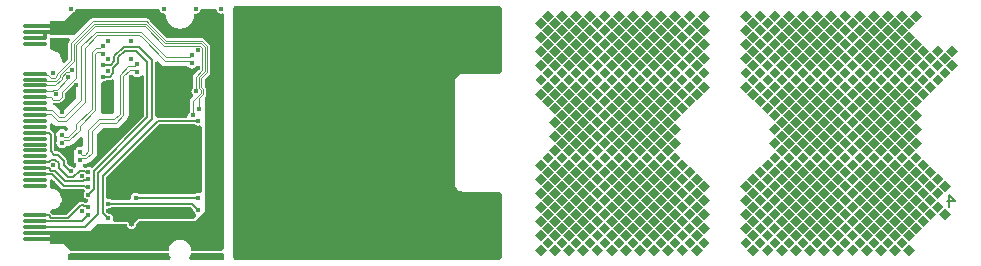
<source format=gbl>
G04*
G04 #@! TF.GenerationSoftware,Altium Limited,Altium Designer,20.1.12 (249)*
G04*
G04 Layer_Physical_Order=4*
G04 Layer_Color=16711680*
%FSLAX44Y44*%
%MOMM*%
G71*
G04*
G04 #@! TF.SameCoordinates,D2571EE1-FD4D-4DC4-B5C4-F58D1C69BCFF*
G04*
G04*
G04 #@! TF.FilePolarity,Positive*
G04*
G01*
G75*
G04:AMPARAMS|DCode=32|XSize=0.35mm|YSize=2mm|CornerRadius=0.0875mm|HoleSize=0mm|Usage=FLASHONLY|Rotation=270.000|XOffset=0mm|YOffset=0mm|HoleType=Round|Shape=RoundedRectangle|*
%AMROUNDEDRECTD32*
21,1,0.3500,1.8250,0,0,270.0*
21,1,0.1750,2.0000,0,0,270.0*
1,1,0.1750,-0.9125,-0.0875*
1,1,0.1750,-0.9125,0.0875*
1,1,0.1750,0.9125,0.0875*
1,1,0.1750,0.9125,-0.0875*
%
%ADD32ROUNDEDRECTD32*%
%ADD33C,0.2500*%
%ADD34C,0.1400*%
%ADD35C,0.1500*%
%ADD36C,0.1100*%
%ADD37C,0.3500*%
%ADD40C,0.4500*%
%ADD41C,0.1000*%
G36*
X168732Y213439D02*
X169616Y212116D01*
X170939Y211232D01*
X172500Y210922D01*
X173500Y211121D01*
X175000Y210193D01*
Y12500D01*
X172500Y10000D01*
X147082D01*
X146756Y12480D01*
X145798Y14791D01*
X144276Y16775D01*
X142291Y18298D01*
X139980Y19255D01*
X137500Y19582D01*
X135020Y19255D01*
X132709Y18298D01*
X130725Y16775D01*
X129202Y14791D01*
X128244Y12480D01*
X127918Y10000D01*
X45000D01*
X39500Y15500D01*
X27500Y15500D01*
X27500Y26750D01*
X61750D01*
X67500Y32500D01*
X92422D01*
X92422Y32500D01*
X92732Y30939D01*
X93616Y29616D01*
X94939Y28732D01*
X96500Y28422D01*
X98061Y28732D01*
X99384Y29616D01*
X100268Y30939D01*
X100578Y32500D01*
X100565Y32565D01*
X103000Y35000D01*
X150000D01*
X158500Y43500D01*
Y140145D01*
X159006Y140651D01*
X159558Y141478D01*
X159752Y142453D01*
Y147178D01*
X159558Y148154D01*
X159006Y148981D01*
X158500Y149486D01*
Y155488D01*
X162302Y159291D01*
X162855Y160118D01*
X163049Y161093D01*
Y183210D01*
X162855Y184186D01*
X162302Y185012D01*
X157762Y189552D01*
X156936Y190105D01*
X155960Y190299D01*
X126963D01*
X112381Y204881D01*
X112381Y204881D01*
X111209Y206052D01*
X110382Y206605D01*
X109407Y206799D01*
X63593D01*
X62618Y206605D01*
X61791Y206052D01*
X60738Y205000D01*
X60000D01*
X47500Y192500D01*
X27500D01*
X27500Y204250D01*
X39250D01*
X46150Y211150D01*
X46561Y211232D01*
X47884Y212116D01*
X48768Y213439D01*
X48850Y213850D01*
X50000Y215000D01*
X119922D01*
X120232Y213439D01*
X121116Y212116D01*
X122439Y211232D01*
X124000Y210922D01*
X124337Y210989D01*
X125439Y209678D01*
X125809Y206867D01*
X127018Y203948D01*
X128941Y201441D01*
X131448Y199518D01*
X134367Y198309D01*
X137500Y197896D01*
X140633Y198309D01*
X143552Y199518D01*
X146059Y201441D01*
X147982Y203948D01*
X149191Y206867D01*
X149561Y209678D01*
X150663Y210989D01*
X151000Y210922D01*
X152561Y211232D01*
X153884Y212116D01*
X154768Y213439D01*
X155078Y215000D01*
X168422D01*
X168732Y213439D01*
D02*
G37*
G36*
X765998Y209000D02*
X760999Y204000D01*
X755999Y209000D01*
X760999Y214000D01*
X765998Y209000D01*
D02*
G37*
G36*
X753998D02*
X748998Y204000D01*
X743998Y209000D01*
X748998Y214000D01*
X753998Y209000D01*
D02*
G37*
G36*
X741999D02*
X736999Y204000D01*
X731999Y209000D01*
X736999Y214000D01*
X741999Y209000D01*
D02*
G37*
G36*
X729998D02*
X724998Y204000D01*
X719998Y209000D01*
X724998Y214000D01*
X729998Y209000D01*
D02*
G37*
G36*
X717999D02*
X712999Y204000D01*
X707999Y209000D01*
X712999Y214000D01*
X717999Y209000D01*
D02*
G37*
G36*
X705999D02*
X700999Y204000D01*
X695999Y209000D01*
X700999Y214000D01*
X705999Y209000D01*
D02*
G37*
G36*
X693999D02*
X688999Y204000D01*
X683999Y209000D01*
X688999Y214000D01*
X693999Y209000D01*
D02*
G37*
G36*
X681999D02*
X676999Y204000D01*
X671999Y209000D01*
X676999Y214000D01*
X681999Y209000D01*
D02*
G37*
G36*
X669999D02*
X664999Y204000D01*
X659999Y209000D01*
X664999Y214000D01*
X669999Y209000D01*
D02*
G37*
G36*
X657999D02*
X652999Y204000D01*
X647999Y209000D01*
X652999Y214000D01*
X657999Y209000D01*
D02*
G37*
G36*
X645999D02*
X640999Y204000D01*
X635999Y209000D01*
X640999Y214000D01*
X645999Y209000D01*
D02*
G37*
G36*
X633999D02*
X628999Y204000D01*
X623999Y209000D01*
X628999Y214000D01*
X633999Y209000D01*
D02*
G37*
G36*
X621999D02*
X616999Y204000D01*
X611999Y209000D01*
X616999Y214000D01*
X621999Y209000D01*
D02*
G37*
G36*
X585999D02*
X580999Y204000D01*
X575999Y209000D01*
X580999Y214000D01*
X585999Y209000D01*
D02*
G37*
G36*
X573999D02*
X568999Y204000D01*
X563999Y209000D01*
X568999Y214000D01*
X573999Y209000D01*
D02*
G37*
G36*
X561999D02*
X556999Y204000D01*
X551999Y209000D01*
X556999Y214000D01*
X561999Y209000D01*
D02*
G37*
G36*
X549999D02*
X544999Y204000D01*
X539999Y209000D01*
X544999Y214000D01*
X549999Y209000D01*
D02*
G37*
G36*
X537999D02*
X532999Y204000D01*
X527999Y209000D01*
X532999Y214000D01*
X537999Y209000D01*
D02*
G37*
G36*
X525999D02*
X520999Y204000D01*
X515999Y209000D01*
X520999Y214000D01*
X525999Y209000D01*
D02*
G37*
G36*
X513999D02*
X508999Y204000D01*
X503999Y209000D01*
X508999Y214000D01*
X513999Y209000D01*
D02*
G37*
G36*
X501999D02*
X496999Y204000D01*
X491999Y209000D01*
X496999Y214000D01*
X501999Y209000D01*
D02*
G37*
G36*
X489999D02*
X484999Y204000D01*
X479999Y209000D01*
X484999Y214000D01*
X489999Y209000D01*
D02*
G37*
G36*
X477999D02*
X472999Y204000D01*
X467999Y209000D01*
X472999Y214000D01*
X477999Y209000D01*
D02*
G37*
G36*
X465999D02*
X460999Y204000D01*
X455999Y209000D01*
X460999Y214000D01*
X465999Y209000D01*
D02*
G37*
G36*
X453999D02*
X448999Y204000D01*
X443999Y209000D01*
X448999Y214000D01*
X453999Y209000D01*
D02*
G37*
G36*
X759998Y203000D02*
X754998Y198000D01*
X749998Y203000D01*
X754998Y208000D01*
X759998Y203000D01*
D02*
G37*
G36*
X747999D02*
X742999Y198000D01*
X737999Y203000D01*
X742999Y208000D01*
X747999Y203000D01*
D02*
G37*
G36*
X735999D02*
X730999Y198000D01*
X725999Y203000D01*
X730999Y208000D01*
X735999Y203000D01*
D02*
G37*
G36*
X723998D02*
X718998Y198000D01*
X713998Y203000D01*
X718998Y208000D01*
X723998Y203000D01*
D02*
G37*
G36*
X711999D02*
X706999Y198000D01*
X701999Y203000D01*
X706999Y208000D01*
X711999Y203000D01*
D02*
G37*
G36*
X699999D02*
X694999Y198000D01*
X689999Y203000D01*
X694999Y208000D01*
X699999Y203000D01*
D02*
G37*
G36*
X687999D02*
X682999Y198000D01*
X677999Y203000D01*
X682999Y208000D01*
X687999Y203000D01*
D02*
G37*
G36*
X675999D02*
X670999Y198000D01*
X665999Y203000D01*
X670999Y208000D01*
X675999Y203000D01*
D02*
G37*
G36*
X663999D02*
X658999Y198000D01*
X653999Y203000D01*
X658999Y208000D01*
X663999Y203000D01*
D02*
G37*
G36*
X651999D02*
X646999Y198000D01*
X641999Y203000D01*
X646999Y208000D01*
X651999Y203000D01*
D02*
G37*
G36*
X639999D02*
X634999Y198000D01*
X629999Y203000D01*
X634999Y208000D01*
X639999Y203000D01*
D02*
G37*
G36*
X627999D02*
X622999Y198000D01*
X617999Y203000D01*
X622999Y208000D01*
X627999Y203000D01*
D02*
G37*
G36*
X579999D02*
X574999Y198000D01*
X569999Y203000D01*
X574999Y208000D01*
X579999Y203000D01*
D02*
G37*
G36*
X567999D02*
X562999Y198000D01*
X557999Y203000D01*
X562999Y208000D01*
X567999Y203000D01*
D02*
G37*
G36*
X555999D02*
X550999Y198000D01*
X545999Y203000D01*
X550999Y208000D01*
X555999Y203000D01*
D02*
G37*
G36*
X543999D02*
X538999Y198000D01*
X533999Y203000D01*
X538999Y208000D01*
X543999Y203000D01*
D02*
G37*
G36*
X531999D02*
X526999Y198000D01*
X521999Y203000D01*
X526999Y208000D01*
X531999Y203000D01*
D02*
G37*
G36*
X519999D02*
X514999Y198000D01*
X509999Y203000D01*
X514999Y208000D01*
X519999Y203000D01*
D02*
G37*
G36*
X507999D02*
X502999Y198000D01*
X497999Y203000D01*
X502999Y208000D01*
X507999Y203000D01*
D02*
G37*
G36*
X495999D02*
X490999Y198000D01*
X485999Y203000D01*
X490999Y208000D01*
X495999Y203000D01*
D02*
G37*
G36*
X483999D02*
X478999Y198000D01*
X473999Y203000D01*
X478999Y208000D01*
X483999Y203000D01*
D02*
G37*
G36*
X471999D02*
X466999Y198000D01*
X461999Y203000D01*
X466999Y208000D01*
X471999Y203000D01*
D02*
G37*
G36*
X459999D02*
X454999Y198000D01*
X449999Y203000D01*
X454999Y208000D01*
X459999Y203000D01*
D02*
G37*
G36*
X447999D02*
X442999Y198000D01*
X437999Y203000D01*
X442999Y208000D01*
X447999Y203000D01*
D02*
G37*
G36*
X753998Y197000D02*
X748998Y192000D01*
X743998Y197000D01*
X748998Y202000D01*
X753998Y197000D01*
D02*
G37*
G36*
X741999D02*
X736999Y192000D01*
X731999Y197000D01*
X736999Y202000D01*
X741999Y197000D01*
D02*
G37*
G36*
X729998D02*
X724998Y192000D01*
X719998Y197000D01*
X724998Y202000D01*
X729998Y197000D01*
D02*
G37*
G36*
X717999D02*
X712999Y192000D01*
X707999Y197000D01*
X712999Y202000D01*
X717999Y197000D01*
D02*
G37*
G36*
X705999D02*
X700999Y192000D01*
X695999Y197000D01*
X700999Y202000D01*
X705999Y197000D01*
D02*
G37*
G36*
X693999D02*
X688999Y192000D01*
X683999Y197000D01*
X688999Y202000D01*
X693999Y197000D01*
D02*
G37*
G36*
X681999D02*
X676999Y192000D01*
X671999Y197000D01*
X676999Y202000D01*
X681999Y197000D01*
D02*
G37*
G36*
X669999D02*
X664999Y192000D01*
X659999Y197000D01*
X664999Y202000D01*
X669999Y197000D01*
D02*
G37*
G36*
X657999D02*
X652999Y192000D01*
X647999Y197000D01*
X652999Y202000D01*
X657999Y197000D01*
D02*
G37*
G36*
X645999D02*
X640999Y192000D01*
X635999Y197000D01*
X640999Y202000D01*
X645999Y197000D01*
D02*
G37*
G36*
X633999D02*
X628999Y192000D01*
X623999Y197000D01*
X628999Y202000D01*
X633999Y197000D01*
D02*
G37*
G36*
X621999D02*
X616999Y192000D01*
X611999Y197000D01*
X616999Y202000D01*
X621999Y197000D01*
D02*
G37*
G36*
X585999D02*
X580999Y192000D01*
X575999Y197000D01*
X580999Y202000D01*
X585999Y197000D01*
D02*
G37*
G36*
X573999D02*
X568999Y192000D01*
X563999Y197000D01*
X568999Y202000D01*
X573999Y197000D01*
D02*
G37*
G36*
X561999D02*
X556999Y192000D01*
X551999Y197000D01*
X556999Y202000D01*
X561999Y197000D01*
D02*
G37*
G36*
X549999D02*
X544999Y192000D01*
X539999Y197000D01*
X544999Y202000D01*
X549999Y197000D01*
D02*
G37*
G36*
X537999D02*
X532999Y192000D01*
X527999Y197000D01*
X532999Y202000D01*
X537999Y197000D01*
D02*
G37*
G36*
X525999D02*
X520999Y192000D01*
X515999Y197000D01*
X520999Y202000D01*
X525999Y197000D01*
D02*
G37*
G36*
X513999D02*
X508999Y192000D01*
X503999Y197000D01*
X508999Y202000D01*
X513999Y197000D01*
D02*
G37*
G36*
X501999D02*
X496999Y192000D01*
X491999Y197000D01*
X496999Y202000D01*
X501999Y197000D01*
D02*
G37*
G36*
X489999D02*
X484999Y192000D01*
X479999Y197000D01*
X484999Y202000D01*
X489999Y197000D01*
D02*
G37*
G36*
X477999D02*
X472999Y192000D01*
X467999Y197000D01*
X472999Y202000D01*
X477999Y197000D01*
D02*
G37*
G36*
X465999D02*
X460999Y192000D01*
X455999Y197000D01*
X460999Y202000D01*
X465999Y197000D01*
D02*
G37*
G36*
X453999D02*
X448999Y192000D01*
X443999Y197000D01*
X448999Y202000D01*
X453999Y197000D01*
D02*
G37*
G36*
X759998Y191000D02*
X754998Y186000D01*
X749998Y191000D01*
X754998Y196000D01*
X759998Y191000D01*
D02*
G37*
G36*
X747999D02*
X742999Y186000D01*
X737999Y191000D01*
X742999Y196000D01*
X747999Y191000D01*
D02*
G37*
G36*
X735999D02*
X730999Y186000D01*
X725999Y191000D01*
X730999Y196000D01*
X735999Y191000D01*
D02*
G37*
G36*
X723998D02*
X718998Y186000D01*
X713998Y191000D01*
X718998Y196000D01*
X723998Y191000D01*
D02*
G37*
G36*
X711999D02*
X706999Y186000D01*
X701999Y191000D01*
X706999Y196000D01*
X711999Y191000D01*
D02*
G37*
G36*
X699999D02*
X694999Y186000D01*
X689999Y191000D01*
X694999Y196000D01*
X699999Y191000D01*
D02*
G37*
G36*
X687999D02*
X682999Y186000D01*
X677999Y191000D01*
X682999Y196000D01*
X687999Y191000D01*
D02*
G37*
G36*
X675999D02*
X670999Y186000D01*
X665999Y191000D01*
X670999Y196000D01*
X675999Y191000D01*
D02*
G37*
G36*
X663999D02*
X658999Y186000D01*
X653999Y191000D01*
X658999Y196000D01*
X663999Y191000D01*
D02*
G37*
G36*
X651999D02*
X646999Y186000D01*
X641999Y191000D01*
X646999Y196000D01*
X651999Y191000D01*
D02*
G37*
G36*
X639999D02*
X634999Y186000D01*
X629999Y191000D01*
X634999Y196000D01*
X639999Y191000D01*
D02*
G37*
G36*
X627999D02*
X622999Y186000D01*
X617999Y191000D01*
X622999Y196000D01*
X627999Y191000D01*
D02*
G37*
G36*
X579999D02*
X574999Y186000D01*
X569999Y191000D01*
X574999Y196000D01*
X579999Y191000D01*
D02*
G37*
G36*
X567999D02*
X562999Y186000D01*
X557999Y191000D01*
X562999Y196000D01*
X567999Y191000D01*
D02*
G37*
G36*
X555999D02*
X550999Y186000D01*
X545999Y191000D01*
X550999Y196000D01*
X555999Y191000D01*
D02*
G37*
G36*
X543999D02*
X538999Y186000D01*
X533999Y191000D01*
X538999Y196000D01*
X543999Y191000D01*
D02*
G37*
G36*
X531999D02*
X526999Y186000D01*
X521999Y191000D01*
X526999Y196000D01*
X531999Y191000D01*
D02*
G37*
G36*
X519999D02*
X514999Y186000D01*
X509999Y191000D01*
X514999Y196000D01*
X519999Y191000D01*
D02*
G37*
G36*
X507999D02*
X502999Y186000D01*
X497999Y191000D01*
X502999Y196000D01*
X507999Y191000D01*
D02*
G37*
G36*
X495999D02*
X490999Y186000D01*
X485999Y191000D01*
X490999Y196000D01*
X495999Y191000D01*
D02*
G37*
G36*
X483999D02*
X478999Y186000D01*
X473999Y191000D01*
X478999Y196000D01*
X483999Y191000D01*
D02*
G37*
G36*
X471999D02*
X466999Y186000D01*
X461999Y191000D01*
X466999Y196000D01*
X471999Y191000D01*
D02*
G37*
G36*
X459999D02*
X454999Y186000D01*
X449999Y191000D01*
X454999Y196000D01*
X459999Y191000D01*
D02*
G37*
G36*
X447999D02*
X442999Y186000D01*
X437999Y191000D01*
X442999Y196000D01*
X447999Y191000D01*
D02*
G37*
G36*
X765998Y185000D02*
X760999Y180000D01*
X755999Y185000D01*
X760999Y190000D01*
X765998Y185000D01*
D02*
G37*
G36*
X753998D02*
X748998Y180000D01*
X743998Y185000D01*
X748998Y190000D01*
X753998Y185000D01*
D02*
G37*
G36*
X741999D02*
X736999Y180000D01*
X731999Y185000D01*
X736999Y190000D01*
X741999Y185000D01*
D02*
G37*
G36*
X729998D02*
X724998Y180000D01*
X719998Y185000D01*
X724998Y190000D01*
X729998Y185000D01*
D02*
G37*
G36*
X717999D02*
X712999Y180000D01*
X707999Y185000D01*
X712999Y190000D01*
X717999Y185000D01*
D02*
G37*
G36*
X705999D02*
X700999Y180000D01*
X695999Y185000D01*
X700999Y190000D01*
X705999Y185000D01*
D02*
G37*
G36*
X693999D02*
X688999Y180000D01*
X683999Y185000D01*
X688999Y190000D01*
X693999Y185000D01*
D02*
G37*
G36*
X681999D02*
X676999Y180000D01*
X671999Y185000D01*
X676999Y190000D01*
X681999Y185000D01*
D02*
G37*
G36*
X669999D02*
X664999Y180000D01*
X659999Y185000D01*
X664999Y190000D01*
X669999Y185000D01*
D02*
G37*
G36*
X657999D02*
X652999Y180000D01*
X647999Y185000D01*
X652999Y190000D01*
X657999Y185000D01*
D02*
G37*
G36*
X645999D02*
X640999Y180000D01*
X635999Y185000D01*
X640999Y190000D01*
X645999Y185000D01*
D02*
G37*
G36*
X633999D02*
X628999Y180000D01*
X623999Y185000D01*
X628999Y190000D01*
X633999Y185000D01*
D02*
G37*
G36*
X621999D02*
X616999Y180000D01*
X611999Y185000D01*
X616999Y190000D01*
X621999Y185000D01*
D02*
G37*
G36*
X585999D02*
X580999Y180000D01*
X575999Y185000D01*
X580999Y190000D01*
X585999Y185000D01*
D02*
G37*
G36*
X573999D02*
X568999Y180000D01*
X563999Y185000D01*
X568999Y190000D01*
X573999Y185000D01*
D02*
G37*
G36*
X561999D02*
X556999Y180000D01*
X551999Y185000D01*
X556999Y190000D01*
X561999Y185000D01*
D02*
G37*
G36*
X549999D02*
X544999Y180000D01*
X539999Y185000D01*
X544999Y190000D01*
X549999Y185000D01*
D02*
G37*
G36*
X537999D02*
X532999Y180000D01*
X527999Y185000D01*
X532999Y190000D01*
X537999Y185000D01*
D02*
G37*
G36*
X525999D02*
X520999Y180000D01*
X515999Y185000D01*
X520999Y190000D01*
X525999Y185000D01*
D02*
G37*
G36*
X513999D02*
X508999Y180000D01*
X503999Y185000D01*
X508999Y190000D01*
X513999Y185000D01*
D02*
G37*
G36*
X501999D02*
X496999Y180000D01*
X491999Y185000D01*
X496999Y190000D01*
X501999Y185000D01*
D02*
G37*
G36*
X489999D02*
X484999Y180000D01*
X479999Y185000D01*
X484999Y190000D01*
X489999Y185000D01*
D02*
G37*
G36*
X477999D02*
X472999Y180000D01*
X467999Y185000D01*
X472999Y190000D01*
X477999Y185000D01*
D02*
G37*
G36*
X465999D02*
X460999Y180000D01*
X455999Y185000D01*
X460999Y190000D01*
X465999Y185000D01*
D02*
G37*
G36*
X453999D02*
X448999Y180000D01*
X443999Y185000D01*
X448999Y190000D01*
X453999Y185000D01*
D02*
G37*
G36*
X795998Y179000D02*
X790998Y174000D01*
X785998Y179000D01*
X790998Y184000D01*
X795998Y179000D01*
D02*
G37*
G36*
X783998D02*
X778998Y174000D01*
X773998Y179000D01*
X778998Y184000D01*
X783998Y179000D01*
D02*
G37*
G36*
X771998D02*
X766998Y174000D01*
X761999Y179000D01*
X766998Y184000D01*
X771998Y179000D01*
D02*
G37*
G36*
X759998D02*
X754998Y174000D01*
X749998Y179000D01*
X754998Y184000D01*
X759998Y179000D01*
D02*
G37*
G36*
X747999D02*
X742999Y174000D01*
X737999Y179000D01*
X742999Y184000D01*
X747999Y179000D01*
D02*
G37*
G36*
X735999D02*
X730999Y174000D01*
X725999Y179000D01*
X730999Y184000D01*
X735999Y179000D01*
D02*
G37*
G36*
X723998D02*
X718998Y174000D01*
X713998Y179000D01*
X718998Y184000D01*
X723998Y179000D01*
D02*
G37*
G36*
X711999D02*
X706999Y174000D01*
X701999Y179000D01*
X706999Y184000D01*
X711999Y179000D01*
D02*
G37*
G36*
X699999D02*
X694999Y174000D01*
X689999Y179000D01*
X694999Y184000D01*
X699999Y179000D01*
D02*
G37*
G36*
X687999D02*
X682999Y174000D01*
X677999Y179000D01*
X682999Y184000D01*
X687999Y179000D01*
D02*
G37*
G36*
X675999D02*
X670999Y174000D01*
X665999Y179000D01*
X670999Y184000D01*
X675999Y179000D01*
D02*
G37*
G36*
X663999D02*
X658999Y174000D01*
X653999Y179000D01*
X658999Y184000D01*
X663999Y179000D01*
D02*
G37*
G36*
X651999D02*
X646999Y174000D01*
X641999Y179000D01*
X646999Y184000D01*
X651999Y179000D01*
D02*
G37*
G36*
X639999D02*
X634999Y174000D01*
X629999Y179000D01*
X634999Y184000D01*
X639999Y179000D01*
D02*
G37*
G36*
X627999D02*
X622999Y174000D01*
X617999Y179000D01*
X622999Y184000D01*
X627999Y179000D01*
D02*
G37*
G36*
X579999D02*
X574999Y174000D01*
X569999Y179000D01*
X574999Y184000D01*
X579999Y179000D01*
D02*
G37*
G36*
X567999D02*
X562999Y174000D01*
X557999Y179000D01*
X562999Y184000D01*
X567999Y179000D01*
D02*
G37*
G36*
X555999D02*
X550999Y174000D01*
X545999Y179000D01*
X550999Y184000D01*
X555999Y179000D01*
D02*
G37*
G36*
X543999D02*
X538999Y174000D01*
X533999Y179000D01*
X538999Y184000D01*
X543999Y179000D01*
D02*
G37*
G36*
X531999D02*
X526999Y174000D01*
X521999Y179000D01*
X526999Y184000D01*
X531999Y179000D01*
D02*
G37*
G36*
X519999D02*
X514999Y174000D01*
X509999Y179000D01*
X514999Y184000D01*
X519999Y179000D01*
D02*
G37*
G36*
X507999D02*
X502999Y174000D01*
X497999Y179000D01*
X502999Y184000D01*
X507999Y179000D01*
D02*
G37*
G36*
X495999D02*
X490999Y174000D01*
X485999Y179000D01*
X490999Y184000D01*
X495999Y179000D01*
D02*
G37*
G36*
X483999D02*
X478999Y174000D01*
X473999Y179000D01*
X478999Y184000D01*
X483999Y179000D01*
D02*
G37*
G36*
X471999D02*
X466999Y174000D01*
X461999Y179000D01*
X466999Y184000D01*
X471999Y179000D01*
D02*
G37*
G36*
X459999D02*
X454999Y174000D01*
X449999Y179000D01*
X454999Y184000D01*
X459999Y179000D01*
D02*
G37*
G36*
X447999D02*
X442999Y174000D01*
X437999Y179000D01*
X442999Y184000D01*
X447999Y179000D01*
D02*
G37*
G36*
X44351Y188613D02*
X43698Y187959D01*
X43145Y187132D01*
X42951Y186157D01*
Y172438D01*
X39148Y168635D01*
X37351Y169666D01*
X37434Y170079D01*
X37434Y172421D01*
X37239Y173396D01*
X36344Y175559D01*
X35791Y176386D01*
X35791Y176386D01*
X34136Y178041D01*
X33309Y178594D01*
X31146Y179489D01*
X30779Y179563D01*
X30420Y179671D01*
X29250Y179787D01*
X27500Y180786D01*
Y190461D01*
X43586D01*
X44351Y188613D01*
D02*
G37*
G36*
X789998Y173000D02*
X784998Y168000D01*
X779998Y173000D01*
X784998Y178000D01*
X789998Y173000D01*
D02*
G37*
G36*
X777998D02*
X772998Y168000D01*
X767998Y173000D01*
X772998Y178000D01*
X777998Y173000D01*
D02*
G37*
G36*
X765998D02*
X760999Y168000D01*
X755999Y173000D01*
X760999Y178000D01*
X765998Y173000D01*
D02*
G37*
G36*
X753998D02*
X748998Y168000D01*
X743998Y173000D01*
X748998Y178000D01*
X753998Y173000D01*
D02*
G37*
G36*
X741999D02*
X736999Y168000D01*
X731999Y173000D01*
X736999Y178000D01*
X741999Y173000D01*
D02*
G37*
G36*
X729998D02*
X724998Y168000D01*
X719998Y173000D01*
X724998Y178000D01*
X729998Y173000D01*
D02*
G37*
G36*
X717999D02*
X712999Y168000D01*
X707999Y173000D01*
X712999Y178000D01*
X717999Y173000D01*
D02*
G37*
G36*
X705999D02*
X700999Y168000D01*
X695999Y173000D01*
X700999Y178000D01*
X705999Y173000D01*
D02*
G37*
G36*
X693999D02*
X688999Y168000D01*
X683999Y173000D01*
X688999Y178000D01*
X693999Y173000D01*
D02*
G37*
G36*
X681999D02*
X676999Y168000D01*
X671999Y173000D01*
X676999Y178000D01*
X681999Y173000D01*
D02*
G37*
G36*
X669999D02*
X664999Y168000D01*
X659999Y173000D01*
X664999Y178000D01*
X669999Y173000D01*
D02*
G37*
G36*
X657999D02*
X652999Y168000D01*
X647999Y173000D01*
X652999Y178000D01*
X657999Y173000D01*
D02*
G37*
G36*
X645999D02*
X640999Y168000D01*
X635999Y173000D01*
X640999Y178000D01*
X645999Y173000D01*
D02*
G37*
G36*
X633999D02*
X628999Y168000D01*
X623999Y173000D01*
X628999Y178000D01*
X633999Y173000D01*
D02*
G37*
G36*
X621999D02*
X616999Y168000D01*
X611999Y173000D01*
X616999Y178000D01*
X621999Y173000D01*
D02*
G37*
G36*
X585999D02*
X580999Y168000D01*
X575999Y173000D01*
X580999Y178000D01*
X585999Y173000D01*
D02*
G37*
G36*
X573999D02*
X568999Y168000D01*
X563999Y173000D01*
X568999Y178000D01*
X573999Y173000D01*
D02*
G37*
G36*
X561999D02*
X556999Y168000D01*
X551999Y173000D01*
X556999Y178000D01*
X561999Y173000D01*
D02*
G37*
G36*
X549999D02*
X544999Y168000D01*
X539999Y173000D01*
X544999Y178000D01*
X549999Y173000D01*
D02*
G37*
G36*
X537999D02*
X532999Y168000D01*
X527999Y173000D01*
X532999Y178000D01*
X537999Y173000D01*
D02*
G37*
G36*
X525999D02*
X520999Y168000D01*
X515999Y173000D01*
X520999Y178000D01*
X525999Y173000D01*
D02*
G37*
G36*
X513999D02*
X508999Y168000D01*
X503999Y173000D01*
X508999Y178000D01*
X513999Y173000D01*
D02*
G37*
G36*
X501999D02*
X496999Y168000D01*
X491999Y173000D01*
X496999Y178000D01*
X501999Y173000D01*
D02*
G37*
G36*
X489999D02*
X484999Y168000D01*
X479999Y173000D01*
X484999Y178000D01*
X489999Y173000D01*
D02*
G37*
G36*
X477999D02*
X472999Y168000D01*
X467999Y173000D01*
X472999Y178000D01*
X477999Y173000D01*
D02*
G37*
G36*
X465999D02*
X460999Y168000D01*
X455999Y173000D01*
X460999Y178000D01*
X465999Y173000D01*
D02*
G37*
G36*
X453999D02*
X448999Y168000D01*
X443999Y173000D01*
X448999Y178000D01*
X453999Y173000D01*
D02*
G37*
G36*
X795998Y167000D02*
X790998Y162000D01*
X785998Y167000D01*
X790998Y172000D01*
X795998Y167000D01*
D02*
G37*
G36*
X783998D02*
X778998Y162000D01*
X773998Y167000D01*
X778998Y172000D01*
X783998Y167000D01*
D02*
G37*
G36*
X771998D02*
X766998Y162000D01*
X761999Y167000D01*
X766998Y172000D01*
X771998Y167000D01*
D02*
G37*
G36*
X759998D02*
X754998Y162000D01*
X749998Y167000D01*
X754998Y172000D01*
X759998Y167000D01*
D02*
G37*
G36*
X747999D02*
X742999Y162000D01*
X737999Y167000D01*
X742999Y172000D01*
X747999Y167000D01*
D02*
G37*
G36*
X735999D02*
X730999Y162000D01*
X725999Y167000D01*
X730999Y172000D01*
X735999Y167000D01*
D02*
G37*
G36*
X723998D02*
X718998Y162000D01*
X713998Y167000D01*
X718998Y172000D01*
X723998Y167000D01*
D02*
G37*
G36*
X711999D02*
X706999Y162000D01*
X701999Y167000D01*
X706999Y172000D01*
X711999Y167000D01*
D02*
G37*
G36*
X699999D02*
X694999Y162000D01*
X689999Y167000D01*
X694999Y172000D01*
X699999Y167000D01*
D02*
G37*
G36*
X687999D02*
X682999Y162000D01*
X677999Y167000D01*
X682999Y172000D01*
X687999Y167000D01*
D02*
G37*
G36*
X675999D02*
X670999Y162000D01*
X665999Y167000D01*
X670999Y172000D01*
X675999Y167000D01*
D02*
G37*
G36*
X663999D02*
X658999Y162000D01*
X653999Y167000D01*
X658999Y172000D01*
X663999Y167000D01*
D02*
G37*
G36*
X651999D02*
X646999Y162000D01*
X641999Y167000D01*
X646999Y172000D01*
X651999Y167000D01*
D02*
G37*
G36*
X639999D02*
X634999Y162000D01*
X629999Y167000D01*
X634999Y172000D01*
X639999Y167000D01*
D02*
G37*
G36*
X627999D02*
X622999Y162000D01*
X617999Y167000D01*
X622999Y172000D01*
X627999Y167000D01*
D02*
G37*
G36*
X579999D02*
X574999Y162000D01*
X569999Y167000D01*
X574999Y172000D01*
X579999Y167000D01*
D02*
G37*
G36*
X567999D02*
X562999Y162000D01*
X557999Y167000D01*
X562999Y172000D01*
X567999Y167000D01*
D02*
G37*
G36*
X555999D02*
X550999Y162000D01*
X545999Y167000D01*
X550999Y172000D01*
X555999Y167000D01*
D02*
G37*
G36*
X543999D02*
X538999Y162000D01*
X533999Y167000D01*
X538999Y172000D01*
X543999Y167000D01*
D02*
G37*
G36*
X531999D02*
X526999Y162000D01*
X521999Y167000D01*
X526999Y172000D01*
X531999Y167000D01*
D02*
G37*
G36*
X519999D02*
X514999Y162000D01*
X509999Y167000D01*
X514999Y172000D01*
X519999Y167000D01*
D02*
G37*
G36*
X507999D02*
X502999Y162000D01*
X497999Y167000D01*
X502999Y172000D01*
X507999Y167000D01*
D02*
G37*
G36*
X495999D02*
X490999Y162000D01*
X485999Y167000D01*
X490999Y172000D01*
X495999Y167000D01*
D02*
G37*
G36*
X483999D02*
X478999Y162000D01*
X473999Y167000D01*
X478999Y172000D01*
X483999Y167000D01*
D02*
G37*
G36*
X471999D02*
X466999Y162000D01*
X461999Y167000D01*
X466999Y172000D01*
X471999Y167000D01*
D02*
G37*
G36*
X459999D02*
X454999Y162000D01*
X449999Y167000D01*
X454999Y172000D01*
X459999Y167000D01*
D02*
G37*
G36*
X447999D02*
X442999Y162000D01*
X437999Y167000D01*
X442999Y172000D01*
X447999Y167000D01*
D02*
G37*
G36*
X107247Y158312D02*
Y132500D01*
Y124297D01*
X62854Y79904D01*
X61561Y80768D01*
X60000Y81078D01*
X58439Y80768D01*
X57692Y80269D01*
X55593Y80689D01*
X55116Y81448D01*
X55109Y81459D01*
X55028Y81849D01*
X55051Y82732D01*
X55780Y83220D01*
X56422Y83861D01*
X58243D01*
X60018Y84214D01*
X61523Y85220D01*
X66280Y89977D01*
X67286Y91482D01*
X67639Y93257D01*
Y109336D01*
X72164Y113861D01*
X83243D01*
X85018Y114214D01*
X86523Y115220D01*
X92780Y121477D01*
X93786Y122982D01*
X94139Y124757D01*
Y156079D01*
X95972Y157911D01*
X98220Y158220D01*
X99725Y157214D01*
X101500Y156861D01*
X103275Y157214D01*
X104780Y158220D01*
X105247Y158918D01*
X107247Y158312D01*
D02*
G37*
G36*
X789998Y161000D02*
X784998Y156000D01*
X779998Y161000D01*
X784998Y166000D01*
X789998Y161000D01*
D02*
G37*
G36*
X777998D02*
X772998Y156000D01*
X767998Y161000D01*
X772998Y166000D01*
X777998Y161000D01*
D02*
G37*
G36*
X765998D02*
X760999Y156000D01*
X755999Y161000D01*
X760999Y166000D01*
X765998Y161000D01*
D02*
G37*
G36*
X753998D02*
X748998Y156000D01*
X743998Y161000D01*
X748998Y166000D01*
X753998Y161000D01*
D02*
G37*
G36*
X741999D02*
X736999Y156000D01*
X731999Y161000D01*
X736999Y166000D01*
X741999Y161000D01*
D02*
G37*
G36*
X729998D02*
X724998Y156000D01*
X719998Y161000D01*
X724998Y166000D01*
X729998Y161000D01*
D02*
G37*
G36*
X717999D02*
X712999Y156000D01*
X707999Y161000D01*
X712999Y166000D01*
X717999Y161000D01*
D02*
G37*
G36*
X705999D02*
X700999Y156000D01*
X695999Y161000D01*
X700999Y166000D01*
X705999Y161000D01*
D02*
G37*
G36*
X693999D02*
X688999Y156000D01*
X683999Y161000D01*
X688999Y166000D01*
X693999Y161000D01*
D02*
G37*
G36*
X681999D02*
X676999Y156000D01*
X671999Y161000D01*
X676999Y166000D01*
X681999Y161000D01*
D02*
G37*
G36*
X669999D02*
X664999Y156000D01*
X659999Y161000D01*
X664999Y166000D01*
X669999Y161000D01*
D02*
G37*
G36*
X657999D02*
X652999Y156000D01*
X647999Y161000D01*
X652999Y166000D01*
X657999Y161000D01*
D02*
G37*
G36*
X645999D02*
X640999Y156000D01*
X635999Y161000D01*
X640999Y166000D01*
X645999Y161000D01*
D02*
G37*
G36*
X633999D02*
X628999Y156000D01*
X623999Y161000D01*
X628999Y166000D01*
X633999Y161000D01*
D02*
G37*
G36*
X621999D02*
X616999Y156000D01*
X611999Y161000D01*
X616999Y166000D01*
X621999Y161000D01*
D02*
G37*
G36*
X585999D02*
X580999Y156000D01*
X575999Y161000D01*
X580999Y166000D01*
X585999Y161000D01*
D02*
G37*
G36*
X573999D02*
X568999Y156000D01*
X563999Y161000D01*
X568999Y166000D01*
X573999Y161000D01*
D02*
G37*
G36*
X561999D02*
X556999Y156000D01*
X551999Y161000D01*
X556999Y166000D01*
X561999Y161000D01*
D02*
G37*
G36*
X549999D02*
X544999Y156000D01*
X539999Y161000D01*
X544999Y166000D01*
X549999Y161000D01*
D02*
G37*
G36*
X537999D02*
X532999Y156000D01*
X527999Y161000D01*
X532999Y166000D01*
X537999Y161000D01*
D02*
G37*
G36*
X525999D02*
X520999Y156000D01*
X515999Y161000D01*
X520999Y166000D01*
X525999Y161000D01*
D02*
G37*
G36*
X513999D02*
X508999Y156000D01*
X503999Y161000D01*
X508999Y166000D01*
X513999Y161000D01*
D02*
G37*
G36*
X501999D02*
X496999Y156000D01*
X491999Y161000D01*
X496999Y166000D01*
X501999Y161000D01*
D02*
G37*
G36*
X489999D02*
X484999Y156000D01*
X479999Y161000D01*
X484999Y166000D01*
X489999Y161000D01*
D02*
G37*
G36*
X477999D02*
X472999Y156000D01*
X467999Y161000D01*
X472999Y166000D01*
X477999Y161000D01*
D02*
G37*
G36*
X465999D02*
X460999Y156000D01*
X455999Y161000D01*
X460999Y166000D01*
X465999Y161000D01*
D02*
G37*
G36*
X453999D02*
X448999Y156000D01*
X443999Y161000D01*
X448999Y166000D01*
X453999Y161000D01*
D02*
G37*
G36*
X783998Y155000D02*
X778998Y150000D01*
X773998Y155000D01*
X778998Y160000D01*
X783998Y155000D01*
D02*
G37*
G36*
X771998D02*
X766998Y150000D01*
X761999Y155000D01*
X766998Y160000D01*
X771998Y155000D01*
D02*
G37*
G36*
X759998D02*
X754998Y150000D01*
X749998Y155000D01*
X754998Y160000D01*
X759998Y155000D01*
D02*
G37*
G36*
X747999D02*
X742999Y150000D01*
X737999Y155000D01*
X742999Y160000D01*
X747999Y155000D01*
D02*
G37*
G36*
X735999D02*
X730999Y150000D01*
X725999Y155000D01*
X730999Y160000D01*
X735999Y155000D01*
D02*
G37*
G36*
X723998D02*
X718998Y150000D01*
X713998Y155000D01*
X718998Y160000D01*
X723998Y155000D01*
D02*
G37*
G36*
X711999D02*
X706999Y150000D01*
X701999Y155000D01*
X706999Y160000D01*
X711999Y155000D01*
D02*
G37*
G36*
X699999D02*
X694999Y150000D01*
X689999Y155000D01*
X694999Y160000D01*
X699999Y155000D01*
D02*
G37*
G36*
X687999D02*
X682999Y150000D01*
X677999Y155000D01*
X682999Y160000D01*
X687999Y155000D01*
D02*
G37*
G36*
X675999D02*
X670999Y150000D01*
X665999Y155000D01*
X670999Y160000D01*
X675999Y155000D01*
D02*
G37*
G36*
X663999D02*
X658999Y150000D01*
X653999Y155000D01*
X658999Y160000D01*
X663999Y155000D01*
D02*
G37*
G36*
X651999D02*
X646999Y150000D01*
X641999Y155000D01*
X646999Y160000D01*
X651999Y155000D01*
D02*
G37*
G36*
X639999D02*
X634999Y150000D01*
X629999Y155000D01*
X634999Y160000D01*
X639999Y155000D01*
D02*
G37*
G36*
X627999D02*
X622999Y150000D01*
X617999Y155000D01*
X622999Y160000D01*
X627999Y155000D01*
D02*
G37*
G36*
X579999D02*
X574999Y150000D01*
X569999Y155000D01*
X574999Y160000D01*
X579999Y155000D01*
D02*
G37*
G36*
X567999D02*
X562999Y150000D01*
X557999Y155000D01*
X562999Y160000D01*
X567999Y155000D01*
D02*
G37*
G36*
X555999D02*
X550999Y150000D01*
X545999Y155000D01*
X550999Y160000D01*
X555999Y155000D01*
D02*
G37*
G36*
X543999D02*
X538999Y150000D01*
X533999Y155000D01*
X538999Y160000D01*
X543999Y155000D01*
D02*
G37*
G36*
X531999D02*
X526999Y150000D01*
X521999Y155000D01*
X526999Y160000D01*
X531999Y155000D01*
D02*
G37*
G36*
X519999D02*
X514999Y150000D01*
X509999Y155000D01*
X514999Y160000D01*
X519999Y155000D01*
D02*
G37*
G36*
X507999D02*
X502999Y150000D01*
X497999Y155000D01*
X502999Y160000D01*
X507999Y155000D01*
D02*
G37*
G36*
X495999D02*
X490999Y150000D01*
X485999Y155000D01*
X490999Y160000D01*
X495999Y155000D01*
D02*
G37*
G36*
X483999D02*
X478999Y150000D01*
X473999Y155000D01*
X478999Y160000D01*
X483999Y155000D01*
D02*
G37*
G36*
X471999D02*
X466999Y150000D01*
X461999Y155000D01*
X466999Y160000D01*
X471999Y155000D01*
D02*
G37*
G36*
X459999D02*
X454999Y150000D01*
X449999Y155000D01*
X454999Y160000D01*
X459999Y155000D01*
D02*
G37*
G36*
X447999D02*
X442999Y150000D01*
X437999Y155000D01*
X442999Y160000D01*
X447999Y155000D01*
D02*
G37*
G36*
X777998Y149000D02*
X772998Y144000D01*
X767998Y149000D01*
X772998Y154000D01*
X777998Y149000D01*
D02*
G37*
G36*
X765998D02*
X760999Y144000D01*
X755999Y149000D01*
X760999Y154000D01*
X765998Y149000D01*
D02*
G37*
G36*
X753998D02*
X748998Y144000D01*
X743998Y149000D01*
X748998Y154000D01*
X753998Y149000D01*
D02*
G37*
G36*
X741999D02*
X736999Y144000D01*
X731999Y149000D01*
X736999Y154000D01*
X741999Y149000D01*
D02*
G37*
G36*
X729998D02*
X724998Y144000D01*
X719998Y149000D01*
X724998Y154000D01*
X729998Y149000D01*
D02*
G37*
G36*
X717999D02*
X712999Y144000D01*
X707999Y149000D01*
X712999Y154000D01*
X717999Y149000D01*
D02*
G37*
G36*
X705999D02*
X700999Y144000D01*
X695999Y149000D01*
X700999Y154000D01*
X705999Y149000D01*
D02*
G37*
G36*
X693999D02*
X688999Y144000D01*
X683999Y149000D01*
X688999Y154000D01*
X693999Y149000D01*
D02*
G37*
G36*
X681999D02*
X676999Y144000D01*
X671999Y149000D01*
X676999Y154000D01*
X681999Y149000D01*
D02*
G37*
G36*
X669999D02*
X664999Y144000D01*
X659999Y149000D01*
X664999Y154000D01*
X669999Y149000D01*
D02*
G37*
G36*
X657999D02*
X652999Y144000D01*
X647999Y149000D01*
X652999Y154000D01*
X657999Y149000D01*
D02*
G37*
G36*
X645999D02*
X640999Y144000D01*
X635999Y149000D01*
X640999Y154000D01*
X645999Y149000D01*
D02*
G37*
G36*
X633999D02*
X628999Y144000D01*
X623999Y149000D01*
X628999Y154000D01*
X633999Y149000D01*
D02*
G37*
G36*
X621999D02*
X616999Y144000D01*
X611999Y149000D01*
X616999Y154000D01*
X621999Y149000D01*
D02*
G37*
G36*
X585999D02*
X580999Y144000D01*
X575999Y149000D01*
X580999Y154000D01*
X585999Y149000D01*
D02*
G37*
G36*
X573999D02*
X568999Y144000D01*
X563999Y149000D01*
X568999Y154000D01*
X573999Y149000D01*
D02*
G37*
G36*
X561999D02*
X556999Y144000D01*
X551999Y149000D01*
X556999Y154000D01*
X561999Y149000D01*
D02*
G37*
G36*
X549999D02*
X544999Y144000D01*
X539999Y149000D01*
X544999Y154000D01*
X549999Y149000D01*
D02*
G37*
G36*
X537999D02*
X532999Y144000D01*
X527999Y149000D01*
X532999Y154000D01*
X537999Y149000D01*
D02*
G37*
G36*
X525999D02*
X520999Y144000D01*
X515999Y149000D01*
X520999Y154000D01*
X525999Y149000D01*
D02*
G37*
G36*
X513999D02*
X508999Y144000D01*
X503999Y149000D01*
X508999Y154000D01*
X513999Y149000D01*
D02*
G37*
G36*
X501999D02*
X496999Y144000D01*
X491999Y149000D01*
X496999Y154000D01*
X501999Y149000D01*
D02*
G37*
G36*
X489999D02*
X484999Y144000D01*
X479999Y149000D01*
X484999Y154000D01*
X489999Y149000D01*
D02*
G37*
G36*
X477999D02*
X472999Y144000D01*
X467999Y149000D01*
X472999Y154000D01*
X477999Y149000D01*
D02*
G37*
G36*
X465999D02*
X460999Y144000D01*
X455999Y149000D01*
X460999Y154000D01*
X465999Y149000D01*
D02*
G37*
G36*
X453999D02*
X448999Y144000D01*
X443999Y149000D01*
X448999Y154000D01*
X453999Y149000D01*
D02*
G37*
G36*
X771998Y143000D02*
X766998Y138000D01*
X761999Y143000D01*
X766998Y148000D01*
X771998Y143000D01*
D02*
G37*
G36*
X759998D02*
X754998Y138000D01*
X749998Y143000D01*
X754998Y148000D01*
X759998Y143000D01*
D02*
G37*
G36*
X747999D02*
X742999Y138000D01*
X737999Y143000D01*
X742999Y148000D01*
X747999Y143000D01*
D02*
G37*
G36*
X735999D02*
X730999Y138000D01*
X725999Y143000D01*
X730999Y148000D01*
X735999Y143000D01*
D02*
G37*
G36*
X723998D02*
X718998Y138000D01*
X713998Y143000D01*
X718998Y148000D01*
X723998Y143000D01*
D02*
G37*
G36*
X711999D02*
X706999Y138000D01*
X701999Y143000D01*
X706999Y148000D01*
X711999Y143000D01*
D02*
G37*
G36*
X699999D02*
X694999Y138000D01*
X689999Y143000D01*
X694999Y148000D01*
X699999Y143000D01*
D02*
G37*
G36*
X687999D02*
X682999Y138000D01*
X677999Y143000D01*
X682999Y148000D01*
X687999Y143000D01*
D02*
G37*
G36*
X675999D02*
X670999Y138000D01*
X665999Y143000D01*
X670999Y148000D01*
X675999Y143000D01*
D02*
G37*
G36*
X663999D02*
X658999Y138000D01*
X653999Y143000D01*
X658999Y148000D01*
X663999Y143000D01*
D02*
G37*
G36*
X651999D02*
X646999Y138000D01*
X641999Y143000D01*
X646999Y148000D01*
X651999Y143000D01*
D02*
G37*
G36*
X639999D02*
X634999Y138000D01*
X629999Y143000D01*
X634999Y148000D01*
X639999Y143000D01*
D02*
G37*
G36*
X627999D02*
X622999Y138000D01*
X617999Y143000D01*
X622999Y148000D01*
X627999Y143000D01*
D02*
G37*
G36*
X579999D02*
X574999Y138000D01*
X569999Y143000D01*
X574999Y148000D01*
X579999Y143000D01*
D02*
G37*
G36*
X567999D02*
X562999Y138000D01*
X557999Y143000D01*
X562999Y148000D01*
X567999Y143000D01*
D02*
G37*
G36*
X555999D02*
X550999Y138000D01*
X545999Y143000D01*
X550999Y148000D01*
X555999Y143000D01*
D02*
G37*
G36*
X543999D02*
X538999Y138000D01*
X533999Y143000D01*
X538999Y148000D01*
X543999Y143000D01*
D02*
G37*
G36*
X531999D02*
X526999Y138000D01*
X521999Y143000D01*
X526999Y148000D01*
X531999Y143000D01*
D02*
G37*
G36*
X519999D02*
X514999Y138000D01*
X509999Y143000D01*
X514999Y148000D01*
X519999Y143000D01*
D02*
G37*
G36*
X507999D02*
X502999Y138000D01*
X497999Y143000D01*
X502999Y148000D01*
X507999Y143000D01*
D02*
G37*
G36*
X495999D02*
X490999Y138000D01*
X485999Y143000D01*
X490999Y148000D01*
X495999Y143000D01*
D02*
G37*
G36*
X483999D02*
X478999Y138000D01*
X473999Y143000D01*
X478999Y148000D01*
X483999Y143000D01*
D02*
G37*
G36*
X471999D02*
X466999Y138000D01*
X461999Y143000D01*
X466999Y148000D01*
X471999Y143000D01*
D02*
G37*
G36*
X459999D02*
X454999Y138000D01*
X449999Y143000D01*
X454999Y148000D01*
X459999Y143000D01*
D02*
G37*
G36*
X447999D02*
X442999Y138000D01*
X437999Y143000D01*
X442999Y148000D01*
X447999Y143000D01*
D02*
G37*
G36*
X765998Y137000D02*
X760999Y132000D01*
X755999Y137000D01*
X760999Y142000D01*
X765998Y137000D01*
D02*
G37*
G36*
X753998D02*
X748998Y132000D01*
X743998Y137000D01*
X748998Y142000D01*
X753998Y137000D01*
D02*
G37*
G36*
X741999D02*
X736999Y132000D01*
X731999Y137000D01*
X736999Y142000D01*
X741999Y137000D01*
D02*
G37*
G36*
X729998D02*
X724998Y132000D01*
X719998Y137000D01*
X724998Y142000D01*
X729998Y137000D01*
D02*
G37*
G36*
X717999D02*
X712999Y132000D01*
X707999Y137000D01*
X712999Y142000D01*
X717999Y137000D01*
D02*
G37*
G36*
X705999D02*
X700999Y132000D01*
X695999Y137000D01*
X700999Y142000D01*
X705999Y137000D01*
D02*
G37*
G36*
X693999D02*
X688999Y132000D01*
X683999Y137000D01*
X688999Y142000D01*
X693999Y137000D01*
D02*
G37*
G36*
X681999D02*
X676999Y132000D01*
X671999Y137000D01*
X676999Y142000D01*
X681999Y137000D01*
D02*
G37*
G36*
X669999D02*
X664999Y132000D01*
X659999Y137000D01*
X664999Y142000D01*
X669999Y137000D01*
D02*
G37*
G36*
X657999D02*
X652999Y132000D01*
X647999Y137000D01*
X652999Y142000D01*
X657999Y137000D01*
D02*
G37*
G36*
X645999D02*
X640999Y132000D01*
X635999Y137000D01*
X640999Y142000D01*
X645999Y137000D01*
D02*
G37*
G36*
X633999D02*
X628999Y132000D01*
X623999Y137000D01*
X628999Y142000D01*
X633999Y137000D01*
D02*
G37*
G36*
X573999D02*
X568999Y132000D01*
X563999Y137000D01*
X568999Y142000D01*
X573999Y137000D01*
D02*
G37*
G36*
X561999D02*
X556999Y132000D01*
X551999Y137000D01*
X556999Y142000D01*
X561999Y137000D01*
D02*
G37*
G36*
X549999D02*
X544999Y132000D01*
X539999Y137000D01*
X544999Y142000D01*
X549999Y137000D01*
D02*
G37*
G36*
X537999D02*
X532999Y132000D01*
X527999Y137000D01*
X532999Y142000D01*
X537999Y137000D01*
D02*
G37*
G36*
X525999D02*
X520999Y132000D01*
X515999Y137000D01*
X520999Y142000D01*
X525999Y137000D01*
D02*
G37*
G36*
X513999D02*
X508999Y132000D01*
X503999Y137000D01*
X508999Y142000D01*
X513999Y137000D01*
D02*
G37*
G36*
X501999D02*
X496999Y132000D01*
X491999Y137000D01*
X496999Y142000D01*
X501999Y137000D01*
D02*
G37*
G36*
X489999D02*
X484999Y132000D01*
X479999Y137000D01*
X484999Y142000D01*
X489999Y137000D01*
D02*
G37*
G36*
X477999D02*
X472999Y132000D01*
X467999Y137000D01*
X472999Y142000D01*
X477999Y137000D01*
D02*
G37*
G36*
X465999D02*
X460999Y132000D01*
X455999Y137000D01*
X460999Y142000D01*
X465999Y137000D01*
D02*
G37*
G36*
X453999D02*
X448999Y132000D01*
X443999Y137000D01*
X448999Y142000D01*
X453999Y137000D01*
D02*
G37*
G36*
X49361Y150143D02*
Y139422D01*
X37578Y127639D01*
X37164D01*
X32523Y132280D01*
X31018Y133286D01*
X30188Y133451D01*
X30385Y135451D01*
X35500D01*
X36476Y135645D01*
X37302Y136198D01*
X39302Y138198D01*
X39855Y139024D01*
X40049Y140000D01*
Y143444D01*
X47513Y150908D01*
X49361Y150143D01*
D02*
G37*
G36*
X80741Y155318D02*
X81861Y154855D01*
Y127922D01*
X80078Y126139D01*
X71611D01*
X70417Y128139D01*
X70639Y129257D01*
Y151753D01*
X72500Y153422D01*
X74061Y153732D01*
X75384Y154616D01*
X75471Y154747D01*
X78000D01*
X79054Y154957D01*
X79861Y155496D01*
X80741Y155318D01*
D02*
G37*
G36*
X759998Y131000D02*
X754998Y126000D01*
X749998Y131000D01*
X754998Y136000D01*
X759998Y131000D01*
D02*
G37*
G36*
X747999D02*
X742999Y126000D01*
X737999Y131000D01*
X742999Y136000D01*
X747999Y131000D01*
D02*
G37*
G36*
X735999D02*
X730999Y126000D01*
X725999Y131000D01*
X730999Y136000D01*
X735999Y131000D01*
D02*
G37*
G36*
X723998D02*
X718998Y126000D01*
X713998Y131000D01*
X718998Y136000D01*
X723998Y131000D01*
D02*
G37*
G36*
X711999D02*
X706999Y126000D01*
X701999Y131000D01*
X706999Y136000D01*
X711999Y131000D01*
D02*
G37*
G36*
X699999D02*
X694999Y126000D01*
X689999Y131000D01*
X694999Y136000D01*
X699999Y131000D01*
D02*
G37*
G36*
X687999D02*
X682999Y126000D01*
X677999Y131000D01*
X682999Y136000D01*
X687999Y131000D01*
D02*
G37*
G36*
X675999D02*
X670999Y126000D01*
X665999Y131000D01*
X670999Y136000D01*
X675999Y131000D01*
D02*
G37*
G36*
X663999D02*
X658999Y126000D01*
X653999Y131000D01*
X658999Y136000D01*
X663999Y131000D01*
D02*
G37*
G36*
X651999D02*
X646999Y126000D01*
X641999Y131000D01*
X646999Y136000D01*
X651999Y131000D01*
D02*
G37*
G36*
X639999D02*
X634999Y126000D01*
X629999Y131000D01*
X634999Y136000D01*
X639999Y131000D01*
D02*
G37*
G36*
X567999D02*
X562999Y126000D01*
X557999Y131000D01*
X562999Y136000D01*
X567999Y131000D01*
D02*
G37*
G36*
X555999D02*
X550999Y126000D01*
X545999Y131000D01*
X550999Y136000D01*
X555999Y131000D01*
D02*
G37*
G36*
X543999D02*
X538999Y126000D01*
X533999Y131000D01*
X538999Y136000D01*
X543999Y131000D01*
D02*
G37*
G36*
X531999D02*
X526999Y126000D01*
X521999Y131000D01*
X526999Y136000D01*
X531999Y131000D01*
D02*
G37*
G36*
X519999D02*
X514999Y126000D01*
X509999Y131000D01*
X514999Y136000D01*
X519999Y131000D01*
D02*
G37*
G36*
X507999D02*
X502999Y126000D01*
X497999Y131000D01*
X502999Y136000D01*
X507999Y131000D01*
D02*
G37*
G36*
X495999D02*
X490999Y126000D01*
X485999Y131000D01*
X490999Y136000D01*
X495999Y131000D01*
D02*
G37*
G36*
X483999D02*
X478999Y126000D01*
X473999Y131000D01*
X478999Y136000D01*
X483999Y131000D01*
D02*
G37*
G36*
X471999D02*
X466999Y126000D01*
X461999Y131000D01*
X466999Y136000D01*
X471999Y131000D01*
D02*
G37*
G36*
X459999D02*
X454999Y126000D01*
X449999Y131000D01*
X454999Y136000D01*
X459999Y131000D01*
D02*
G37*
G36*
X121477Y167720D02*
X122982Y166714D01*
X124757Y166361D01*
X143828D01*
X144470Y165720D01*
X145975Y164714D01*
X147750Y164361D01*
X149525Y164714D01*
X151030Y165720D01*
X151951Y167097D01*
X152097Y167118D01*
X153951Y166009D01*
Y163806D01*
X149447Y159302D01*
X148895Y158475D01*
X148701Y157500D01*
Y148108D01*
X148366Y147884D01*
X147482Y146561D01*
X147172Y145000D01*
X147482Y143439D01*
X148366Y142116D01*
X148518Y140570D01*
X146947Y138999D01*
X146395Y138172D01*
X146201Y137197D01*
Y128108D01*
X145866Y127884D01*
X144982Y126561D01*
X144671Y125000D01*
X144720Y124753D01*
X143218Y122753D01*
X119000D01*
X118753Y122704D01*
X117009Y123806D01*
X116753Y124151D01*
Y169615D01*
X118753Y170444D01*
X121477Y167720D01*
D02*
G37*
G36*
X765998Y125000D02*
X760999Y120000D01*
X755999Y125000D01*
X760999Y130000D01*
X765998Y125000D01*
D02*
G37*
G36*
X753998D02*
X748998Y120000D01*
X743998Y125000D01*
X748998Y130000D01*
X753998Y125000D01*
D02*
G37*
G36*
X741999D02*
X736999Y120000D01*
X731999Y125000D01*
X736999Y130000D01*
X741999Y125000D01*
D02*
G37*
G36*
X729998D02*
X724998Y120000D01*
X719998Y125000D01*
X724998Y130000D01*
X729998Y125000D01*
D02*
G37*
G36*
X717999D02*
X712999Y120000D01*
X707999Y125000D01*
X712999Y130000D01*
X717999Y125000D01*
D02*
G37*
G36*
X705999D02*
X700999Y120000D01*
X695999Y125000D01*
X700999Y130000D01*
X705999Y125000D01*
D02*
G37*
G36*
X693999D02*
X688999Y120000D01*
X683999Y125000D01*
X688999Y130000D01*
X693999Y125000D01*
D02*
G37*
G36*
X681999D02*
X676999Y120000D01*
X671999Y125000D01*
X676999Y130000D01*
X681999Y125000D01*
D02*
G37*
G36*
X669999D02*
X664999Y120000D01*
X659999Y125000D01*
X664999Y130000D01*
X669999Y125000D01*
D02*
G37*
G36*
X657999D02*
X652999Y120000D01*
X647999Y125000D01*
X652999Y130000D01*
X657999Y125000D01*
D02*
G37*
G36*
X645999D02*
X640999Y120000D01*
X635999Y125000D01*
X640999Y130000D01*
X645999Y125000D01*
D02*
G37*
G36*
X561999D02*
X556999Y120000D01*
X551999Y125000D01*
X556999Y130000D01*
X561999Y125000D01*
D02*
G37*
G36*
X549999D02*
X544999Y120000D01*
X539999Y125000D01*
X544999Y130000D01*
X549999Y125000D01*
D02*
G37*
G36*
X537999D02*
X532999Y120000D01*
X527999Y125000D01*
X532999Y130000D01*
X537999Y125000D01*
D02*
G37*
G36*
X525999D02*
X520999Y120000D01*
X515999Y125000D01*
X520999Y130000D01*
X525999Y125000D01*
D02*
G37*
G36*
X513999D02*
X508999Y120000D01*
X503999Y125000D01*
X508999Y130000D01*
X513999Y125000D01*
D02*
G37*
G36*
X501999D02*
X496999Y120000D01*
X491999Y125000D01*
X496999Y130000D01*
X501999Y125000D01*
D02*
G37*
G36*
X489999D02*
X484999Y120000D01*
X479999Y125000D01*
X484999Y130000D01*
X489999Y125000D01*
D02*
G37*
G36*
X477999D02*
X472999Y120000D01*
X467999Y125000D01*
X472999Y130000D01*
X477999Y125000D01*
D02*
G37*
G36*
X465999D02*
X460999Y120000D01*
X455999Y125000D01*
X460999Y130000D01*
X465999Y125000D01*
D02*
G37*
G36*
X759998Y119000D02*
X754998Y114000D01*
X749998Y119000D01*
X754998Y124000D01*
X759998Y119000D01*
D02*
G37*
G36*
X747999D02*
X742999Y114000D01*
X737999Y119000D01*
X742999Y124000D01*
X747999Y119000D01*
D02*
G37*
G36*
X735999D02*
X730999Y114000D01*
X725999Y119000D01*
X730999Y124000D01*
X735999Y119000D01*
D02*
G37*
G36*
X723998D02*
X718998Y114000D01*
X713998Y119000D01*
X718998Y124000D01*
X723998Y119000D01*
D02*
G37*
G36*
X711999D02*
X706999Y114000D01*
X701999Y119000D01*
X706999Y124000D01*
X711999Y119000D01*
D02*
G37*
G36*
X699999D02*
X694999Y114000D01*
X689999Y119000D01*
X694999Y124000D01*
X699999Y119000D01*
D02*
G37*
G36*
X687999D02*
X682999Y114000D01*
X677999Y119000D01*
X682999Y124000D01*
X687999Y119000D01*
D02*
G37*
G36*
X675999D02*
X670999Y114000D01*
X665999Y119000D01*
X670999Y124000D01*
X675999Y119000D01*
D02*
G37*
G36*
X663999D02*
X658999Y114000D01*
X653999Y119000D01*
X658999Y124000D01*
X663999Y119000D01*
D02*
G37*
G36*
X651999D02*
X646999Y114000D01*
X641999Y119000D01*
X646999Y124000D01*
X651999Y119000D01*
D02*
G37*
G36*
X555999D02*
X550999Y114000D01*
X545999Y119000D01*
X550999Y124000D01*
X555999Y119000D01*
D02*
G37*
G36*
X543999D02*
X538999Y114000D01*
X533999Y119000D01*
X538999Y124000D01*
X543999Y119000D01*
D02*
G37*
G36*
X531999D02*
X526999Y114000D01*
X521999Y119000D01*
X526999Y124000D01*
X531999Y119000D01*
D02*
G37*
G36*
X519999D02*
X514999Y114000D01*
X509999Y119000D01*
X514999Y124000D01*
X519999Y119000D01*
D02*
G37*
G36*
X507999D02*
X502999Y114000D01*
X497999Y119000D01*
X502999Y124000D01*
X507999Y119000D01*
D02*
G37*
G36*
X495999D02*
X490999Y114000D01*
X485999Y119000D01*
X490999Y124000D01*
X495999Y119000D01*
D02*
G37*
G36*
X483999D02*
X478999Y114000D01*
X473999Y119000D01*
X478999Y124000D01*
X483999Y119000D01*
D02*
G37*
G36*
X471999D02*
X466999Y114000D01*
X461999Y119000D01*
X466999Y124000D01*
X471999Y119000D01*
D02*
G37*
G36*
X459999D02*
X454999Y114000D01*
X449999Y119000D01*
X454999Y124000D01*
X459999Y119000D01*
D02*
G37*
G36*
X30720Y116720D02*
X32225Y115714D01*
X34000Y115361D01*
X40743D01*
X42640Y113699D01*
X42701Y113262D01*
X41000Y111561D01*
X40780Y111780D01*
X39275Y112786D01*
X37500Y113139D01*
X35725Y112786D01*
X34220Y111780D01*
X33214Y110275D01*
X32861Y108500D01*
X33214Y106725D01*
X33250Y106671D01*
Y103329D01*
X33214Y103275D01*
X32861Y101500D01*
X33214Y99725D01*
X34220Y98220D01*
X35725Y97214D01*
X37500Y96861D01*
X39275Y97214D01*
X40780Y98220D01*
X41422Y98861D01*
X43743D01*
X45518Y99214D01*
X47023Y100220D01*
X53513Y106710D01*
X55361Y105944D01*
Y99283D01*
X53361Y97968D01*
X52500Y98139D01*
X50725Y97786D01*
X49220Y96780D01*
X48214Y95275D01*
X47861Y93500D01*
X48214Y91725D01*
X48250Y91671D01*
Y88329D01*
X48214Y88275D01*
X47861Y86500D01*
X48214Y84725D01*
X49220Y83220D01*
X49373Y83117D01*
X49486Y80782D01*
X47884Y80384D01*
X46561Y81268D01*
X45000Y81578D01*
X44429Y81465D01*
X42253Y83640D01*
Y86000D01*
X42253Y86000D01*
X42043Y87053D01*
X41447Y87947D01*
X41446Y87947D01*
X35947Y93447D01*
X35054Y94043D01*
X34000Y94253D01*
X32140D01*
X30753Y95640D01*
Y108500D01*
X30543Y109553D01*
X29947Y110447D01*
X29946Y110447D01*
X28447Y111947D01*
X27554Y112543D01*
X27500Y112554D01*
Y117326D01*
X29348Y118091D01*
X30720Y116720D01*
D02*
G37*
G36*
X765998Y113000D02*
X760999Y108000D01*
X755999Y113000D01*
X760999Y118000D01*
X765998Y113000D01*
D02*
G37*
G36*
X753998D02*
X748998Y108000D01*
X743998Y113000D01*
X748998Y118000D01*
X753998Y113000D01*
D02*
G37*
G36*
X741999D02*
X736999Y108000D01*
X731999Y113000D01*
X736999Y118000D01*
X741999Y113000D01*
D02*
G37*
G36*
X729998D02*
X724998Y108000D01*
X719998Y113000D01*
X724998Y118000D01*
X729998Y113000D01*
D02*
G37*
G36*
X717999D02*
X712999Y108000D01*
X707999Y113000D01*
X712999Y118000D01*
X717999Y113000D01*
D02*
G37*
G36*
X705999D02*
X700999Y108000D01*
X695999Y113000D01*
X700999Y118000D01*
X705999Y113000D01*
D02*
G37*
G36*
X693999D02*
X688999Y108000D01*
X683999Y113000D01*
X688999Y118000D01*
X693999Y113000D01*
D02*
G37*
G36*
X681999D02*
X676999Y108000D01*
X671999Y113000D01*
X676999Y118000D01*
X681999Y113000D01*
D02*
G37*
G36*
X669999D02*
X664999Y108000D01*
X659999Y113000D01*
X664999Y118000D01*
X669999Y113000D01*
D02*
G37*
G36*
X657999D02*
X652999Y108000D01*
X647999Y113000D01*
X652999Y118000D01*
X657999Y113000D01*
D02*
G37*
G36*
X645999D02*
X640999Y108000D01*
X635999Y113000D01*
X640999Y118000D01*
X645999Y113000D01*
D02*
G37*
G36*
X561999D02*
X556999Y108000D01*
X551999Y113000D01*
X556999Y118000D01*
X561999Y113000D01*
D02*
G37*
G36*
X549999D02*
X544999Y108000D01*
X539999Y113000D01*
X544999Y118000D01*
X549999Y113000D01*
D02*
G37*
G36*
X537999D02*
X532999Y108000D01*
X527999Y113000D01*
X532999Y118000D01*
X537999Y113000D01*
D02*
G37*
G36*
X525999D02*
X520999Y108000D01*
X515999Y113000D01*
X520999Y118000D01*
X525999Y113000D01*
D02*
G37*
G36*
X513999D02*
X508999Y108000D01*
X503999Y113000D01*
X508999Y118000D01*
X513999Y113000D01*
D02*
G37*
G36*
X501999D02*
X496999Y108000D01*
X491999Y113000D01*
X496999Y118000D01*
X501999Y113000D01*
D02*
G37*
G36*
X489999D02*
X484999Y108000D01*
X479999Y113000D01*
X484999Y118000D01*
X489999Y113000D01*
D02*
G37*
G36*
X477999D02*
X472999Y108000D01*
X467999Y113000D01*
X472999Y118000D01*
X477999Y113000D01*
D02*
G37*
G36*
X465999D02*
X460999Y108000D01*
X455999Y113000D01*
X460999Y118000D01*
X465999Y113000D01*
D02*
G37*
G36*
X759998Y107000D02*
X754998Y102000D01*
X749998Y107000D01*
X754998Y112000D01*
X759998Y107000D01*
D02*
G37*
G36*
X747999D02*
X742999Y102000D01*
X737999Y107000D01*
X742999Y112000D01*
X747999Y107000D01*
D02*
G37*
G36*
X735999D02*
X730999Y102000D01*
X725999Y107000D01*
X730999Y112000D01*
X735999Y107000D01*
D02*
G37*
G36*
X723998D02*
X718998Y102000D01*
X713998Y107000D01*
X718998Y112000D01*
X723998Y107000D01*
D02*
G37*
G36*
X711999D02*
X706999Y102000D01*
X701999Y107000D01*
X706999Y112000D01*
X711999Y107000D01*
D02*
G37*
G36*
X699999D02*
X694999Y102000D01*
X689999Y107000D01*
X694999Y112000D01*
X699999Y107000D01*
D02*
G37*
G36*
X687999D02*
X682999Y102000D01*
X677999Y107000D01*
X682999Y112000D01*
X687999Y107000D01*
D02*
G37*
G36*
X675999D02*
X670999Y102000D01*
X665999Y107000D01*
X670999Y112000D01*
X675999Y107000D01*
D02*
G37*
G36*
X663999D02*
X658999Y102000D01*
X653999Y107000D01*
X658999Y112000D01*
X663999Y107000D01*
D02*
G37*
G36*
X651999D02*
X646999Y102000D01*
X641999Y107000D01*
X646999Y112000D01*
X651999Y107000D01*
D02*
G37*
G36*
X555999D02*
X550999Y102000D01*
X545999Y107000D01*
X550999Y112000D01*
X555999Y107000D01*
D02*
G37*
G36*
X543999D02*
X538999Y102000D01*
X533999Y107000D01*
X538999Y112000D01*
X543999Y107000D01*
D02*
G37*
G36*
X531999D02*
X526999Y102000D01*
X521999Y107000D01*
X526999Y112000D01*
X531999Y107000D01*
D02*
G37*
G36*
X519999D02*
X514999Y102000D01*
X509999Y107000D01*
X514999Y112000D01*
X519999Y107000D01*
D02*
G37*
G36*
X507999D02*
X502999Y102000D01*
X497999Y107000D01*
X502999Y112000D01*
X507999Y107000D01*
D02*
G37*
G36*
X495999D02*
X490999Y102000D01*
X485999Y107000D01*
X490999Y112000D01*
X495999Y107000D01*
D02*
G37*
G36*
X483999D02*
X478999Y102000D01*
X473999Y107000D01*
X478999Y112000D01*
X483999Y107000D01*
D02*
G37*
G36*
X471999D02*
X466999Y102000D01*
X461999Y107000D01*
X466999Y112000D01*
X471999Y107000D01*
D02*
G37*
G36*
X459999D02*
X454999Y102000D01*
X449999Y107000D01*
X454999Y112000D01*
X459999Y107000D01*
D02*
G37*
G36*
X765998Y101000D02*
X760999Y96000D01*
X755999Y101000D01*
X760999Y106000D01*
X765998Y101000D01*
D02*
G37*
G36*
X753998D02*
X748998Y96000D01*
X743998Y101000D01*
X748998Y106000D01*
X753998Y101000D01*
D02*
G37*
G36*
X741999D02*
X736999Y96000D01*
X731999Y101000D01*
X736999Y106000D01*
X741999Y101000D01*
D02*
G37*
G36*
X729998D02*
X724998Y96000D01*
X719998Y101000D01*
X724998Y106000D01*
X729998Y101000D01*
D02*
G37*
G36*
X717999D02*
X712999Y96000D01*
X707999Y101000D01*
X712999Y106000D01*
X717999Y101000D01*
D02*
G37*
G36*
X705999D02*
X700999Y96000D01*
X695999Y101000D01*
X700999Y106000D01*
X705999Y101000D01*
D02*
G37*
G36*
X693999D02*
X688999Y96000D01*
X683999Y101000D01*
X688999Y106000D01*
X693999Y101000D01*
D02*
G37*
G36*
X681999D02*
X676999Y96000D01*
X671999Y101000D01*
X676999Y106000D01*
X681999Y101000D01*
D02*
G37*
G36*
X669999D02*
X664999Y96000D01*
X659999Y101000D01*
X664999Y106000D01*
X669999Y101000D01*
D02*
G37*
G36*
X657999D02*
X652999Y96000D01*
X647999Y101000D01*
X652999Y106000D01*
X657999Y101000D01*
D02*
G37*
G36*
X645999D02*
X640999Y96000D01*
X635999Y101000D01*
X640999Y106000D01*
X645999Y101000D01*
D02*
G37*
G36*
X561999D02*
X556999Y96000D01*
X551999Y101000D01*
X556999Y106000D01*
X561999Y101000D01*
D02*
G37*
G36*
X549999D02*
X544999Y96000D01*
X539999Y101000D01*
X544999Y106000D01*
X549999Y101000D01*
D02*
G37*
G36*
X537999D02*
X532999Y96000D01*
X527999Y101000D01*
X532999Y106000D01*
X537999Y101000D01*
D02*
G37*
G36*
X525999D02*
X520999Y96000D01*
X515999Y101000D01*
X520999Y106000D01*
X525999Y101000D01*
D02*
G37*
G36*
X513999D02*
X508999Y96000D01*
X503999Y101000D01*
X508999Y106000D01*
X513999Y101000D01*
D02*
G37*
G36*
X501999D02*
X496999Y96000D01*
X491999Y101000D01*
X496999Y106000D01*
X501999Y101000D01*
D02*
G37*
G36*
X489999D02*
X484999Y96000D01*
X479999Y101000D01*
X484999Y106000D01*
X489999Y101000D01*
D02*
G37*
G36*
X477999D02*
X472999Y96000D01*
X467999Y101000D01*
X472999Y106000D01*
X477999Y101000D01*
D02*
G37*
G36*
X465999D02*
X460999Y96000D01*
X455999Y101000D01*
X460999Y106000D01*
X465999Y101000D01*
D02*
G37*
G36*
X759998Y95000D02*
X754998Y90000D01*
X749998Y95000D01*
X754998Y100000D01*
X759998Y95000D01*
D02*
G37*
G36*
X747999D02*
X742999Y90000D01*
X737999Y95000D01*
X742999Y100000D01*
X747999Y95000D01*
D02*
G37*
G36*
X735999D02*
X730999Y90000D01*
X725999Y95000D01*
X730999Y100000D01*
X735999Y95000D01*
D02*
G37*
G36*
X723998D02*
X718998Y90000D01*
X713998Y95000D01*
X718998Y100000D01*
X723998Y95000D01*
D02*
G37*
G36*
X711999D02*
X706999Y90000D01*
X701999Y95000D01*
X706999Y100000D01*
X711999Y95000D01*
D02*
G37*
G36*
X699999D02*
X694999Y90000D01*
X689999Y95000D01*
X694999Y100000D01*
X699999Y95000D01*
D02*
G37*
G36*
X687999D02*
X682999Y90000D01*
X677999Y95000D01*
X682999Y100000D01*
X687999Y95000D01*
D02*
G37*
G36*
X675999D02*
X670999Y90000D01*
X665999Y95000D01*
X670999Y100000D01*
X675999Y95000D01*
D02*
G37*
G36*
X663999D02*
X658999Y90000D01*
X653999Y95000D01*
X658999Y100000D01*
X663999Y95000D01*
D02*
G37*
G36*
X651999D02*
X646999Y90000D01*
X641999Y95000D01*
X646999Y100000D01*
X651999Y95000D01*
D02*
G37*
G36*
X555999D02*
X550999Y90000D01*
X545999Y95000D01*
X550999Y100000D01*
X555999Y95000D01*
D02*
G37*
G36*
X543999D02*
X538999Y90000D01*
X533999Y95000D01*
X538999Y100000D01*
X543999Y95000D01*
D02*
G37*
G36*
X531999D02*
X526999Y90000D01*
X521999Y95000D01*
X526999Y100000D01*
X531999Y95000D01*
D02*
G37*
G36*
X519999D02*
X514999Y90000D01*
X509999Y95000D01*
X514999Y100000D01*
X519999Y95000D01*
D02*
G37*
G36*
X507999D02*
X502999Y90000D01*
X497999Y95000D01*
X502999Y100000D01*
X507999Y95000D01*
D02*
G37*
G36*
X495999D02*
X490999Y90000D01*
X485999Y95000D01*
X490999Y100000D01*
X495999Y95000D01*
D02*
G37*
G36*
X483999D02*
X478999Y90000D01*
X473999Y95000D01*
X478999Y100000D01*
X483999Y95000D01*
D02*
G37*
G36*
X471999D02*
X466999Y90000D01*
X461999Y95000D01*
X466999Y100000D01*
X471999Y95000D01*
D02*
G37*
G36*
X459999D02*
X454999Y90000D01*
X449999Y95000D01*
X454999Y100000D01*
X459999Y95000D01*
D02*
G37*
G36*
X765998Y89000D02*
X760999Y84000D01*
X755999Y89000D01*
X760999Y94000D01*
X765998Y89000D01*
D02*
G37*
G36*
X753998D02*
X748998Y84000D01*
X743998Y89000D01*
X748998Y94000D01*
X753998Y89000D01*
D02*
G37*
G36*
X741999D02*
X736999Y84000D01*
X731999Y89000D01*
X736999Y94000D01*
X741999Y89000D01*
D02*
G37*
G36*
X729998D02*
X724998Y84000D01*
X719998Y89000D01*
X724998Y94000D01*
X729998Y89000D01*
D02*
G37*
G36*
X717999D02*
X712999Y84000D01*
X707999Y89000D01*
X712999Y94000D01*
X717999Y89000D01*
D02*
G37*
G36*
X705999D02*
X700999Y84000D01*
X695999Y89000D01*
X700999Y94000D01*
X705999Y89000D01*
D02*
G37*
G36*
X693999D02*
X688999Y84000D01*
X683999Y89000D01*
X688999Y94000D01*
X693999Y89000D01*
D02*
G37*
G36*
X681999D02*
X676999Y84000D01*
X671999Y89000D01*
X676999Y94000D01*
X681999Y89000D01*
D02*
G37*
G36*
X669999D02*
X664999Y84000D01*
X659999Y89000D01*
X664999Y94000D01*
X669999Y89000D01*
D02*
G37*
G36*
X657999D02*
X652999Y84000D01*
X647999Y89000D01*
X652999Y94000D01*
X657999Y89000D01*
D02*
G37*
G36*
X645999D02*
X640999Y84000D01*
X635999Y89000D01*
X640999Y94000D01*
X645999Y89000D01*
D02*
G37*
G36*
X561999D02*
X556999Y84000D01*
X551999Y89000D01*
X556999Y94000D01*
X561999Y89000D01*
D02*
G37*
G36*
X549999D02*
X544999Y84000D01*
X539999Y89000D01*
X544999Y94000D01*
X549999Y89000D01*
D02*
G37*
G36*
X537999D02*
X532999Y84000D01*
X527999Y89000D01*
X532999Y94000D01*
X537999Y89000D01*
D02*
G37*
G36*
X525999D02*
X520999Y84000D01*
X515999Y89000D01*
X520999Y94000D01*
X525999Y89000D01*
D02*
G37*
G36*
X513999D02*
X508999Y84000D01*
X503999Y89000D01*
X508999Y94000D01*
X513999Y89000D01*
D02*
G37*
G36*
X501999D02*
X496999Y84000D01*
X491999Y89000D01*
X496999Y94000D01*
X501999Y89000D01*
D02*
G37*
G36*
X489999D02*
X484999Y84000D01*
X479999Y89000D01*
X484999Y94000D01*
X489999Y89000D01*
D02*
G37*
G36*
X477999D02*
X472999Y84000D01*
X467999Y89000D01*
X472999Y94000D01*
X477999Y89000D01*
D02*
G37*
G36*
X465999D02*
X460999Y84000D01*
X455999Y89000D01*
X460999Y94000D01*
X465999Y89000D01*
D02*
G37*
G36*
X453999D02*
X448999Y84000D01*
X443999Y89000D01*
X448999Y94000D01*
X453999Y89000D01*
D02*
G37*
G36*
X771998Y83000D02*
X766998Y78000D01*
X761999Y83000D01*
X766998Y88000D01*
X771998Y83000D01*
D02*
G37*
G36*
X759998D02*
X754998Y78000D01*
X749998Y83000D01*
X754998Y88000D01*
X759998Y83000D01*
D02*
G37*
G36*
X747999D02*
X742999Y78000D01*
X737999Y83000D01*
X742999Y88000D01*
X747999Y83000D01*
D02*
G37*
G36*
X735999D02*
X730999Y78000D01*
X725999Y83000D01*
X730999Y88000D01*
X735999Y83000D01*
D02*
G37*
G36*
X723998D02*
X718998Y78000D01*
X713998Y83000D01*
X718998Y88000D01*
X723998Y83000D01*
D02*
G37*
G36*
X711999D02*
X706999Y78000D01*
X701999Y83000D01*
X706999Y88000D01*
X711999Y83000D01*
D02*
G37*
G36*
X699999D02*
X694999Y78000D01*
X689999Y83000D01*
X694999Y88000D01*
X699999Y83000D01*
D02*
G37*
G36*
X687999D02*
X682999Y78000D01*
X677999Y83000D01*
X682999Y88000D01*
X687999Y83000D01*
D02*
G37*
G36*
X675999D02*
X670999Y78000D01*
X665999Y83000D01*
X670999Y88000D01*
X675999Y83000D01*
D02*
G37*
G36*
X663999D02*
X658999Y78000D01*
X653999Y83000D01*
X658999Y88000D01*
X663999Y83000D01*
D02*
G37*
G36*
X651999D02*
X646999Y78000D01*
X641999Y83000D01*
X646999Y88000D01*
X651999Y83000D01*
D02*
G37*
G36*
X639999D02*
X634999Y78000D01*
X629999Y83000D01*
X634999Y88000D01*
X639999Y83000D01*
D02*
G37*
G36*
X567999D02*
X562999Y78000D01*
X557999Y83000D01*
X562999Y88000D01*
X567999Y83000D01*
D02*
G37*
G36*
X555999D02*
X550999Y78000D01*
X545999Y83000D01*
X550999Y88000D01*
X555999Y83000D01*
D02*
G37*
G36*
X543999D02*
X538999Y78000D01*
X533999Y83000D01*
X538999Y88000D01*
X543999Y83000D01*
D02*
G37*
G36*
X531999D02*
X526999Y78000D01*
X521999Y83000D01*
X526999Y88000D01*
X531999Y83000D01*
D02*
G37*
G36*
X519999D02*
X514999Y78000D01*
X509999Y83000D01*
X514999Y88000D01*
X519999Y83000D01*
D02*
G37*
G36*
X507999D02*
X502999Y78000D01*
X497999Y83000D01*
X502999Y88000D01*
X507999Y83000D01*
D02*
G37*
G36*
X495999D02*
X490999Y78000D01*
X485999Y83000D01*
X490999Y88000D01*
X495999Y83000D01*
D02*
G37*
G36*
X483999D02*
X478999Y78000D01*
X473999Y83000D01*
X478999Y88000D01*
X483999Y83000D01*
D02*
G37*
G36*
X471999D02*
X466999Y78000D01*
X461999Y83000D01*
X466999Y88000D01*
X471999Y83000D01*
D02*
G37*
G36*
X459999D02*
X454999Y78000D01*
X449999Y83000D01*
X454999Y88000D01*
X459999Y83000D01*
D02*
G37*
G36*
X447999D02*
X442999Y78000D01*
X437999Y83000D01*
X442999Y88000D01*
X447999Y83000D01*
D02*
G37*
G36*
X777998Y77000D02*
X772998Y72000D01*
X767998Y77000D01*
X772998Y82000D01*
X777998Y77000D01*
D02*
G37*
G36*
X765998D02*
X760999Y72000D01*
X755999Y77000D01*
X760999Y82000D01*
X765998Y77000D01*
D02*
G37*
G36*
X753998D02*
X748998Y72000D01*
X743998Y77000D01*
X748998Y82000D01*
X753998Y77000D01*
D02*
G37*
G36*
X741999D02*
X736999Y72000D01*
X731999Y77000D01*
X736999Y82000D01*
X741999Y77000D01*
D02*
G37*
G36*
X729998D02*
X724998Y72000D01*
X719998Y77000D01*
X724998Y82000D01*
X729998Y77000D01*
D02*
G37*
G36*
X717999D02*
X712999Y72000D01*
X707999Y77000D01*
X712999Y82000D01*
X717999Y77000D01*
D02*
G37*
G36*
X705999D02*
X700999Y72000D01*
X695999Y77000D01*
X700999Y82000D01*
X705999Y77000D01*
D02*
G37*
G36*
X693999D02*
X688999Y72000D01*
X683999Y77000D01*
X688999Y82000D01*
X693999Y77000D01*
D02*
G37*
G36*
X681999D02*
X676999Y72000D01*
X671999Y77000D01*
X676999Y82000D01*
X681999Y77000D01*
D02*
G37*
G36*
X669999D02*
X664999Y72000D01*
X659999Y77000D01*
X664999Y82000D01*
X669999Y77000D01*
D02*
G37*
G36*
X657999D02*
X652999Y72000D01*
X647999Y77000D01*
X652999Y82000D01*
X657999Y77000D01*
D02*
G37*
G36*
X645999D02*
X640999Y72000D01*
X635999Y77000D01*
X640999Y82000D01*
X645999Y77000D01*
D02*
G37*
G36*
X633999D02*
X628999Y72000D01*
X623999Y77000D01*
X628999Y82000D01*
X633999Y77000D01*
D02*
G37*
G36*
X573999D02*
X568999Y72000D01*
X563999Y77000D01*
X568999Y82000D01*
X573999Y77000D01*
D02*
G37*
G36*
X561999D02*
X556999Y72000D01*
X551999Y77000D01*
X556999Y82000D01*
X561999Y77000D01*
D02*
G37*
G36*
X549999D02*
X544999Y72000D01*
X539999Y77000D01*
X544999Y82000D01*
X549999Y77000D01*
D02*
G37*
G36*
X537999D02*
X532999Y72000D01*
X527999Y77000D01*
X532999Y82000D01*
X537999Y77000D01*
D02*
G37*
G36*
X525999D02*
X520999Y72000D01*
X515999Y77000D01*
X520999Y82000D01*
X525999Y77000D01*
D02*
G37*
G36*
X513999D02*
X508999Y72000D01*
X503999Y77000D01*
X508999Y82000D01*
X513999Y77000D01*
D02*
G37*
G36*
X501999D02*
X496999Y72000D01*
X491999Y77000D01*
X496999Y82000D01*
X501999Y77000D01*
D02*
G37*
G36*
X489999D02*
X484999Y72000D01*
X479999Y77000D01*
X484999Y82000D01*
X489999Y77000D01*
D02*
G37*
G36*
X477999D02*
X472999Y72000D01*
X467999Y77000D01*
X472999Y82000D01*
X477999Y77000D01*
D02*
G37*
G36*
X465999D02*
X460999Y72000D01*
X455999Y77000D01*
X460999Y82000D01*
X465999Y77000D01*
D02*
G37*
G36*
X453999D02*
X448999Y72000D01*
X443999Y77000D01*
X448999Y82000D01*
X453999Y77000D01*
D02*
G37*
G36*
X783998Y71000D02*
X778998Y66000D01*
X773998Y71000D01*
X778998Y76000D01*
X783998Y71000D01*
D02*
G37*
G36*
X771998D02*
X766998Y66000D01*
X761999Y71000D01*
X766998Y76000D01*
X771998Y71000D01*
D02*
G37*
G36*
X759998D02*
X754998Y66000D01*
X749998Y71000D01*
X754998Y76000D01*
X759998Y71000D01*
D02*
G37*
G36*
X747999D02*
X742999Y66000D01*
X737999Y71000D01*
X742999Y76000D01*
X747999Y71000D01*
D02*
G37*
G36*
X735999D02*
X730999Y66000D01*
X725999Y71000D01*
X730999Y76000D01*
X735999Y71000D01*
D02*
G37*
G36*
X723998D02*
X718998Y66000D01*
X713998Y71000D01*
X718998Y76000D01*
X723998Y71000D01*
D02*
G37*
G36*
X711999D02*
X706999Y66000D01*
X701999Y71000D01*
X706999Y76000D01*
X711999Y71000D01*
D02*
G37*
G36*
X699999D02*
X694999Y66000D01*
X689999Y71000D01*
X694999Y76000D01*
X699999Y71000D01*
D02*
G37*
G36*
X687999D02*
X682999Y66000D01*
X677999Y71000D01*
X682999Y76000D01*
X687999Y71000D01*
D02*
G37*
G36*
X675999D02*
X670999Y66000D01*
X665999Y71000D01*
X670999Y76000D01*
X675999Y71000D01*
D02*
G37*
G36*
X663999D02*
X658999Y66000D01*
X653999Y71000D01*
X658999Y76000D01*
X663999Y71000D01*
D02*
G37*
G36*
X651999D02*
X646999Y66000D01*
X641999Y71000D01*
X646999Y76000D01*
X651999Y71000D01*
D02*
G37*
G36*
X639999D02*
X634999Y66000D01*
X629999Y71000D01*
X634999Y76000D01*
X639999Y71000D01*
D02*
G37*
G36*
X627999D02*
X622999Y66000D01*
X617999Y71000D01*
X622999Y76000D01*
X627999Y71000D01*
D02*
G37*
G36*
X579999D02*
X574999Y66000D01*
X569999Y71000D01*
X574999Y76000D01*
X579999Y71000D01*
D02*
G37*
G36*
X567999D02*
X562999Y66000D01*
X557999Y71000D01*
X562999Y76000D01*
X567999Y71000D01*
D02*
G37*
G36*
X555999D02*
X550999Y66000D01*
X545999Y71000D01*
X550999Y76000D01*
X555999Y71000D01*
D02*
G37*
G36*
X543999D02*
X538999Y66000D01*
X533999Y71000D01*
X538999Y76000D01*
X543999Y71000D01*
D02*
G37*
G36*
X531999D02*
X526999Y66000D01*
X521999Y71000D01*
X526999Y76000D01*
X531999Y71000D01*
D02*
G37*
G36*
X519999D02*
X514999Y66000D01*
X509999Y71000D01*
X514999Y76000D01*
X519999Y71000D01*
D02*
G37*
G36*
X507999D02*
X502999Y66000D01*
X497999Y71000D01*
X502999Y76000D01*
X507999Y71000D01*
D02*
G37*
G36*
X495999D02*
X490999Y66000D01*
X485999Y71000D01*
X490999Y76000D01*
X495999Y71000D01*
D02*
G37*
G36*
X483999D02*
X478999Y66000D01*
X473999Y71000D01*
X478999Y76000D01*
X483999Y71000D01*
D02*
G37*
G36*
X471999D02*
X466999Y66000D01*
X461999Y71000D01*
X466999Y76000D01*
X471999Y71000D01*
D02*
G37*
G36*
X459999D02*
X454999Y66000D01*
X449999Y71000D01*
X454999Y76000D01*
X459999Y71000D01*
D02*
G37*
G36*
X447999D02*
X442999Y66000D01*
X437999Y71000D01*
X442999Y76000D01*
X447999Y71000D01*
D02*
G37*
G36*
X789998Y65000D02*
X784998Y60000D01*
X779998Y65000D01*
X784998Y70000D01*
X789998Y65000D01*
D02*
G37*
G36*
X777998D02*
X772998Y60000D01*
X767998Y65000D01*
X772998Y70000D01*
X777998Y65000D01*
D02*
G37*
G36*
X765998D02*
X760999Y60000D01*
X755999Y65000D01*
X760999Y70000D01*
X765998Y65000D01*
D02*
G37*
G36*
X753998D02*
X748998Y60000D01*
X743998Y65000D01*
X748998Y70000D01*
X753998Y65000D01*
D02*
G37*
G36*
X741999D02*
X736999Y60000D01*
X731999Y65000D01*
X736999Y70000D01*
X741999Y65000D01*
D02*
G37*
G36*
X729998D02*
X724998Y60000D01*
X719998Y65000D01*
X724998Y70000D01*
X729998Y65000D01*
D02*
G37*
G36*
X717999D02*
X712999Y60000D01*
X707999Y65000D01*
X712999Y70000D01*
X717999Y65000D01*
D02*
G37*
G36*
X705999D02*
X700999Y60000D01*
X695999Y65000D01*
X700999Y70000D01*
X705999Y65000D01*
D02*
G37*
G36*
X693999D02*
X688999Y60000D01*
X683999Y65000D01*
X688999Y70000D01*
X693999Y65000D01*
D02*
G37*
G36*
X681999D02*
X676999Y60000D01*
X671999Y65000D01*
X676999Y70000D01*
X681999Y65000D01*
D02*
G37*
G36*
X669999D02*
X664999Y60000D01*
X659999Y65000D01*
X664999Y70000D01*
X669999Y65000D01*
D02*
G37*
G36*
X657999D02*
X652999Y60000D01*
X647999Y65000D01*
X652999Y70000D01*
X657999Y65000D01*
D02*
G37*
G36*
X645999D02*
X640999Y60000D01*
X635999Y65000D01*
X640999Y70000D01*
X645999Y65000D01*
D02*
G37*
G36*
X633999D02*
X628999Y60000D01*
X623999Y65000D01*
X628999Y70000D01*
X633999Y65000D01*
D02*
G37*
G36*
X621999D02*
X616999Y60000D01*
X611999Y65000D01*
X616999Y70000D01*
X621999Y65000D01*
D02*
G37*
G36*
X585999D02*
X580999Y60000D01*
X575999Y65000D01*
X580999Y70000D01*
X585999Y65000D01*
D02*
G37*
G36*
X573999D02*
X568999Y60000D01*
X563999Y65000D01*
X568999Y70000D01*
X573999Y65000D01*
D02*
G37*
G36*
X561999D02*
X556999Y60000D01*
X551999Y65000D01*
X556999Y70000D01*
X561999Y65000D01*
D02*
G37*
G36*
X549999D02*
X544999Y60000D01*
X539999Y65000D01*
X544999Y70000D01*
X549999Y65000D01*
D02*
G37*
G36*
X537999D02*
X532999Y60000D01*
X527999Y65000D01*
X532999Y70000D01*
X537999Y65000D01*
D02*
G37*
G36*
X525999D02*
X520999Y60000D01*
X515999Y65000D01*
X520999Y70000D01*
X525999Y65000D01*
D02*
G37*
G36*
X513999D02*
X508999Y60000D01*
X503999Y65000D01*
X508999Y70000D01*
X513999Y65000D01*
D02*
G37*
G36*
X501999D02*
X496999Y60000D01*
X491999Y65000D01*
X496999Y70000D01*
X501999Y65000D01*
D02*
G37*
G36*
X489999D02*
X484999Y60000D01*
X479999Y65000D01*
X484999Y70000D01*
X489999Y65000D01*
D02*
G37*
G36*
X477999D02*
X472999Y60000D01*
X467999Y65000D01*
X472999Y70000D01*
X477999Y65000D01*
D02*
G37*
G36*
X465999D02*
X460999Y60000D01*
X455999Y65000D01*
X460999Y70000D01*
X465999Y65000D01*
D02*
G37*
G36*
X453999D02*
X448999Y60000D01*
X443999Y65000D01*
X448999Y70000D01*
X453999Y65000D01*
D02*
G37*
G36*
X150116Y117116D02*
X151439Y116232D01*
X153000Y115922D01*
X154461Y116212D01*
X154584Y116218D01*
X156461Y115096D01*
Y59904D01*
X154584Y58782D01*
X154461Y58788D01*
X153000Y59078D01*
X151439Y58768D01*
X150116Y57884D01*
X150063Y57804D01*
X102937D01*
X102884Y57884D01*
X101561Y58768D01*
X100000Y59078D01*
X98439Y58768D01*
X97116Y57884D01*
X96232Y56561D01*
X95922Y55000D01*
X95961Y54804D01*
X94434Y52804D01*
X79937D01*
X79884Y52884D01*
X78561Y53768D01*
X77000Y54078D01*
X75253Y55770D01*
Y72360D01*
X120140Y117247D01*
X150029D01*
X150116Y117116D01*
D02*
G37*
G36*
X783998Y59000D02*
X778998Y54000D01*
X773998Y59000D01*
X778998Y64000D01*
X783998Y59000D01*
D02*
G37*
G36*
X771998D02*
X766998Y54000D01*
X761999Y59000D01*
X766998Y64000D01*
X771998Y59000D01*
D02*
G37*
G36*
X759998D02*
X754998Y54000D01*
X749998Y59000D01*
X754998Y64000D01*
X759998Y59000D01*
D02*
G37*
G36*
X747999D02*
X742999Y54000D01*
X737999Y59000D01*
X742999Y64000D01*
X747999Y59000D01*
D02*
G37*
G36*
X735999D02*
X730999Y54000D01*
X725999Y59000D01*
X730999Y64000D01*
X735999Y59000D01*
D02*
G37*
G36*
X723998D02*
X718998Y54000D01*
X713998Y59000D01*
X718998Y64000D01*
X723998Y59000D01*
D02*
G37*
G36*
X711999D02*
X706999Y54000D01*
X701999Y59000D01*
X706999Y64000D01*
X711999Y59000D01*
D02*
G37*
G36*
X699999D02*
X694999Y54000D01*
X689999Y59000D01*
X694999Y64000D01*
X699999Y59000D01*
D02*
G37*
G36*
X687999D02*
X682999Y54000D01*
X677999Y59000D01*
X682999Y64000D01*
X687999Y59000D01*
D02*
G37*
G36*
X675999D02*
X670999Y54000D01*
X665999Y59000D01*
X670999Y64000D01*
X675999Y59000D01*
D02*
G37*
G36*
X663999D02*
X658999Y54000D01*
X653999Y59000D01*
X658999Y64000D01*
X663999Y59000D01*
D02*
G37*
G36*
X651999D02*
X646999Y54000D01*
X641999Y59000D01*
X646999Y64000D01*
X651999Y59000D01*
D02*
G37*
G36*
X639999D02*
X634999Y54000D01*
X629999Y59000D01*
X634999Y64000D01*
X639999Y59000D01*
D02*
G37*
G36*
X627999D02*
X622999Y54000D01*
X617999Y59000D01*
X622999Y64000D01*
X627999Y59000D01*
D02*
G37*
G36*
X579999D02*
X574999Y54000D01*
X569999Y59000D01*
X574999Y64000D01*
X579999Y59000D01*
D02*
G37*
G36*
X567999D02*
X562999Y54000D01*
X557999Y59000D01*
X562999Y64000D01*
X567999Y59000D01*
D02*
G37*
G36*
X555999D02*
X550999Y54000D01*
X545999Y59000D01*
X550999Y64000D01*
X555999Y59000D01*
D02*
G37*
G36*
X543999D02*
X538999Y54000D01*
X533999Y59000D01*
X538999Y64000D01*
X543999Y59000D01*
D02*
G37*
G36*
X531999D02*
X526999Y54000D01*
X521999Y59000D01*
X526999Y64000D01*
X531999Y59000D01*
D02*
G37*
G36*
X519999D02*
X514999Y54000D01*
X509999Y59000D01*
X514999Y64000D01*
X519999Y59000D01*
D02*
G37*
G36*
X507999D02*
X502999Y54000D01*
X497999Y59000D01*
X502999Y64000D01*
X507999Y59000D01*
D02*
G37*
G36*
X495999D02*
X490999Y54000D01*
X485999Y59000D01*
X490999Y64000D01*
X495999Y59000D01*
D02*
G37*
G36*
X483999D02*
X478999Y54000D01*
X473999Y59000D01*
X478999Y64000D01*
X483999Y59000D01*
D02*
G37*
G36*
X471999D02*
X466999Y54000D01*
X461999Y59000D01*
X466999Y64000D01*
X471999Y59000D01*
D02*
G37*
G36*
X459999D02*
X454999Y54000D01*
X449999Y59000D01*
X454999Y64000D01*
X459999Y59000D01*
D02*
G37*
G36*
X447999D02*
X442999Y54000D01*
X437999Y59000D01*
X442999Y64000D01*
X447999Y59000D01*
D02*
G37*
G36*
X37053Y63053D02*
X37053Y63053D01*
X37947Y62457D01*
X39000Y62247D01*
X39000Y62247D01*
X54727D01*
X55878Y62017D01*
X56771Y60272D01*
X56343Y59227D01*
X56232Y59061D01*
X55922Y57500D01*
X56232Y55939D01*
X57116Y54616D01*
X58439Y53732D01*
X59508Y53520D01*
Y51480D01*
X58439Y51268D01*
X57692Y50769D01*
X55540Y51199D01*
X55267Y51200D01*
X55000Y51253D01*
X53500D01*
X52446Y51043D01*
X51553Y50447D01*
X41860Y40753D01*
X29640D01*
X28447Y41947D01*
X27786Y42388D01*
X27789Y43631D01*
X27974Y44485D01*
X29250Y45213D01*
X30420Y45329D01*
X30779Y45437D01*
X31146Y45511D01*
X33309Y46406D01*
X34136Y46959D01*
X35791Y48614D01*
X35791Y48614D01*
X36344Y49441D01*
X37239Y51604D01*
X37434Y52579D01*
X37434Y54921D01*
X37239Y55896D01*
X36344Y58059D01*
X35791Y58886D01*
X34136Y60541D01*
X33309Y61094D01*
X31146Y61989D01*
X30779Y62063D01*
X30420Y62171D01*
X29250Y62287D01*
X27500Y63286D01*
Y69778D01*
X29500Y70607D01*
X37053Y63053D01*
D02*
G37*
G36*
X777998Y53000D02*
X772998Y48000D01*
X767998Y53000D01*
X772998Y58000D01*
X777998Y53000D01*
D02*
G37*
G36*
X765998D02*
X760999Y48000D01*
X755999Y53000D01*
X760999Y58000D01*
X765998Y53000D01*
D02*
G37*
G36*
X753998D02*
X748998Y48000D01*
X743998Y53000D01*
X748998Y58000D01*
X753998Y53000D01*
D02*
G37*
G36*
X741999D02*
X736999Y48000D01*
X731999Y53000D01*
X736999Y58000D01*
X741999Y53000D01*
D02*
G37*
G36*
X729998D02*
X724998Y48000D01*
X719998Y53000D01*
X724998Y58000D01*
X729998Y53000D01*
D02*
G37*
G36*
X717999D02*
X712999Y48000D01*
X707999Y53000D01*
X712999Y58000D01*
X717999Y53000D01*
D02*
G37*
G36*
X705999D02*
X700999Y48000D01*
X695999Y53000D01*
X700999Y58000D01*
X705999Y53000D01*
D02*
G37*
G36*
X693999D02*
X688999Y48000D01*
X683999Y53000D01*
X688999Y58000D01*
X693999Y53000D01*
D02*
G37*
G36*
X681999D02*
X676999Y48000D01*
X671999Y53000D01*
X676999Y58000D01*
X681999Y53000D01*
D02*
G37*
G36*
X669999D02*
X664999Y48000D01*
X659999Y53000D01*
X664999Y58000D01*
X669999Y53000D01*
D02*
G37*
G36*
X657999D02*
X652999Y48000D01*
X647999Y53000D01*
X652999Y58000D01*
X657999Y53000D01*
D02*
G37*
G36*
X645999D02*
X640999Y48000D01*
X635999Y53000D01*
X640999Y58000D01*
X645999Y53000D01*
D02*
G37*
G36*
X633999D02*
X628999Y48000D01*
X623999Y53000D01*
X628999Y58000D01*
X633999Y53000D01*
D02*
G37*
G36*
X621999D02*
X616999Y48000D01*
X611999Y53000D01*
X616999Y58000D01*
X621999Y53000D01*
D02*
G37*
G36*
X585999D02*
X580999Y48000D01*
X575999Y53000D01*
X580999Y58000D01*
X585999Y53000D01*
D02*
G37*
G36*
X573999D02*
X568999Y48000D01*
X563999Y53000D01*
X568999Y58000D01*
X573999Y53000D01*
D02*
G37*
G36*
X561999D02*
X556999Y48000D01*
X551999Y53000D01*
X556999Y58000D01*
X561999Y53000D01*
D02*
G37*
G36*
X549999D02*
X544999Y48000D01*
X539999Y53000D01*
X544999Y58000D01*
X549999Y53000D01*
D02*
G37*
G36*
X537999D02*
X532999Y48000D01*
X527999Y53000D01*
X532999Y58000D01*
X537999Y53000D01*
D02*
G37*
G36*
X525999D02*
X520999Y48000D01*
X515999Y53000D01*
X520999Y58000D01*
X525999Y53000D01*
D02*
G37*
G36*
X513999D02*
X508999Y48000D01*
X503999Y53000D01*
X508999Y58000D01*
X513999Y53000D01*
D02*
G37*
G36*
X501999D02*
X496999Y48000D01*
X491999Y53000D01*
X496999Y58000D01*
X501999Y53000D01*
D02*
G37*
G36*
X489999D02*
X484999Y48000D01*
X479999Y53000D01*
X484999Y58000D01*
X489999Y53000D01*
D02*
G37*
G36*
X477999D02*
X472999Y48000D01*
X467999Y53000D01*
X472999Y58000D01*
X477999Y53000D01*
D02*
G37*
G36*
X465999D02*
X460999Y48000D01*
X455999Y53000D01*
X460999Y58000D01*
X465999Y53000D01*
D02*
G37*
G36*
X453999D02*
X448999Y48000D01*
X443999Y53000D01*
X448999Y58000D01*
X453999Y53000D01*
D02*
G37*
G36*
X783998Y47000D02*
X778998Y42000D01*
X773998Y47000D01*
X778998Y52000D01*
X783998Y47000D01*
D02*
G37*
G36*
X771998D02*
X766998Y42000D01*
X761999Y47000D01*
X766998Y52000D01*
X771998Y47000D01*
D02*
G37*
G36*
X759998D02*
X754998Y42000D01*
X749998Y47000D01*
X754998Y52000D01*
X759998Y47000D01*
D02*
G37*
G36*
X747999D02*
X742999Y42000D01*
X737999Y47000D01*
X742999Y52000D01*
X747999Y47000D01*
D02*
G37*
G36*
X735999D02*
X730999Y42000D01*
X725999Y47000D01*
X730999Y52000D01*
X735999Y47000D01*
D02*
G37*
G36*
X723998D02*
X718998Y42000D01*
X713998Y47000D01*
X718998Y52000D01*
X723998Y47000D01*
D02*
G37*
G36*
X711999D02*
X706999Y42000D01*
X701999Y47000D01*
X706999Y52000D01*
X711999Y47000D01*
D02*
G37*
G36*
X699999D02*
X694999Y42000D01*
X689999Y47000D01*
X694999Y52000D01*
X699999Y47000D01*
D02*
G37*
G36*
X687999D02*
X682999Y42000D01*
X677999Y47000D01*
X682999Y52000D01*
X687999Y47000D01*
D02*
G37*
G36*
X675999D02*
X670999Y42000D01*
X665999Y47000D01*
X670999Y52000D01*
X675999Y47000D01*
D02*
G37*
G36*
X663999D02*
X658999Y42000D01*
X653999Y47000D01*
X658999Y52000D01*
X663999Y47000D01*
D02*
G37*
G36*
X651999D02*
X646999Y42000D01*
X641999Y47000D01*
X646999Y52000D01*
X651999Y47000D01*
D02*
G37*
G36*
X639999D02*
X634999Y42000D01*
X629999Y47000D01*
X634999Y52000D01*
X639999Y47000D01*
D02*
G37*
G36*
X627999D02*
X622999Y42000D01*
X617999Y47000D01*
X622999Y52000D01*
X627999Y47000D01*
D02*
G37*
G36*
X579999D02*
X574999Y42000D01*
X569999Y47000D01*
X574999Y52000D01*
X579999Y47000D01*
D02*
G37*
G36*
X567999D02*
X562999Y42000D01*
X557999Y47000D01*
X562999Y52000D01*
X567999Y47000D01*
D02*
G37*
G36*
X555999D02*
X550999Y42000D01*
X545999Y47000D01*
X550999Y52000D01*
X555999Y47000D01*
D02*
G37*
G36*
X543999D02*
X538999Y42000D01*
X533999Y47000D01*
X538999Y52000D01*
X543999Y47000D01*
D02*
G37*
G36*
X531999D02*
X526999Y42000D01*
X521999Y47000D01*
X526999Y52000D01*
X531999Y47000D01*
D02*
G37*
G36*
X519999D02*
X514999Y42000D01*
X509999Y47000D01*
X514999Y52000D01*
X519999Y47000D01*
D02*
G37*
G36*
X507999D02*
X502999Y42000D01*
X497999Y47000D01*
X502999Y52000D01*
X507999Y47000D01*
D02*
G37*
G36*
X495999D02*
X490999Y42000D01*
X485999Y47000D01*
X490999Y52000D01*
X495999Y47000D01*
D02*
G37*
G36*
X483999D02*
X478999Y42000D01*
X473999Y47000D01*
X478999Y52000D01*
X483999Y47000D01*
D02*
G37*
G36*
X471999D02*
X466999Y42000D01*
X461999Y47000D01*
X466999Y52000D01*
X471999Y47000D01*
D02*
G37*
G36*
X459999D02*
X454999Y42000D01*
X449999Y47000D01*
X454999Y52000D01*
X459999Y47000D01*
D02*
G37*
G36*
X447999D02*
X442999Y42000D01*
X437999Y47000D01*
X442999Y52000D01*
X447999Y47000D01*
D02*
G37*
G36*
X148940Y45094D02*
X148922Y45000D01*
X149232Y43439D01*
X150116Y42116D01*
X150888Y41600D01*
X151359Y39743D01*
X151331Y39214D01*
X149155Y37039D01*
X103000D01*
X103000Y37039D01*
X102220Y36884D01*
X101558Y36442D01*
X101558Y36442D01*
X99123Y34007D01*
X99012Y33840D01*
X98870Y33698D01*
X98793Y33513D01*
X98681Y33346D01*
X98642Y33149D01*
X98565Y32963D01*
Y32832D01*
X98347Y31735D01*
X97914Y31086D01*
X97265Y30653D01*
X96500Y30501D01*
X95735Y30653D01*
X95086Y31086D01*
X94653Y31735D01*
X94422Y32898D01*
X94345Y33083D01*
X94306Y33280D01*
X94194Y33447D01*
X94117Y33633D01*
X93975Y33775D01*
X93864Y33942D01*
X93863Y33942D01*
X93696Y34053D01*
X93555Y34195D01*
X93369Y34272D01*
X93202Y34384D01*
X93005Y34423D01*
X92819Y34500D01*
X92619D01*
X92422Y34539D01*
X82238D01*
X81825Y34932D01*
X80887Y36539D01*
X81078Y37500D01*
X80768Y39061D01*
X79884Y40384D01*
X78561Y41268D01*
X77000Y41578D01*
X75900Y43138D01*
X75911Y44868D01*
X77000Y45922D01*
X78561Y46232D01*
X79884Y47116D01*
X79937Y47196D01*
X146839D01*
X148940Y45094D01*
D02*
G37*
G36*
X789998Y41000D02*
X784998Y36000D01*
X779998Y41000D01*
X784998Y46000D01*
X789998Y41000D01*
D02*
G37*
G36*
X777998D02*
X772998Y36000D01*
X767998Y41000D01*
X772998Y46000D01*
X777998Y41000D01*
D02*
G37*
G36*
X765998D02*
X760999Y36000D01*
X755999Y41000D01*
X760999Y46000D01*
X765998Y41000D01*
D02*
G37*
G36*
X753998D02*
X748998Y36000D01*
X743998Y41000D01*
X748998Y46000D01*
X753998Y41000D01*
D02*
G37*
G36*
X741999D02*
X736999Y36000D01*
X731999Y41000D01*
X736999Y46000D01*
X741999Y41000D01*
D02*
G37*
G36*
X729998D02*
X724998Y36000D01*
X719998Y41000D01*
X724998Y46000D01*
X729998Y41000D01*
D02*
G37*
G36*
X717999D02*
X712999Y36000D01*
X707999Y41000D01*
X712999Y46000D01*
X717999Y41000D01*
D02*
G37*
G36*
X705999D02*
X700999Y36000D01*
X695999Y41000D01*
X700999Y46000D01*
X705999Y41000D01*
D02*
G37*
G36*
X693999D02*
X688999Y36000D01*
X683999Y41000D01*
X688999Y46000D01*
X693999Y41000D01*
D02*
G37*
G36*
X681999D02*
X676999Y36000D01*
X671999Y41000D01*
X676999Y46000D01*
X681999Y41000D01*
D02*
G37*
G36*
X669999D02*
X664999Y36000D01*
X659999Y41000D01*
X664999Y46000D01*
X669999Y41000D01*
D02*
G37*
G36*
X657999D02*
X652999Y36000D01*
X647999Y41000D01*
X652999Y46000D01*
X657999Y41000D01*
D02*
G37*
G36*
X645999D02*
X640999Y36000D01*
X635999Y41000D01*
X640999Y46000D01*
X645999Y41000D01*
D02*
G37*
G36*
X633999D02*
X628999Y36000D01*
X623999Y41000D01*
X628999Y46000D01*
X633999Y41000D01*
D02*
G37*
G36*
X621999D02*
X616999Y36000D01*
X611999Y41000D01*
X616999Y46000D01*
X621999Y41000D01*
D02*
G37*
G36*
X585999D02*
X580999Y36000D01*
X575999Y41000D01*
X580999Y46000D01*
X585999Y41000D01*
D02*
G37*
G36*
X573999D02*
X568999Y36000D01*
X563999Y41000D01*
X568999Y46000D01*
X573999Y41000D01*
D02*
G37*
G36*
X561999D02*
X556999Y36000D01*
X551999Y41000D01*
X556999Y46000D01*
X561999Y41000D01*
D02*
G37*
G36*
X549999D02*
X544999Y36000D01*
X539999Y41000D01*
X544999Y46000D01*
X549999Y41000D01*
D02*
G37*
G36*
X537999D02*
X532999Y36000D01*
X527999Y41000D01*
X532999Y46000D01*
X537999Y41000D01*
D02*
G37*
G36*
X525999D02*
X520999Y36000D01*
X515999Y41000D01*
X520999Y46000D01*
X525999Y41000D01*
D02*
G37*
G36*
X513999D02*
X508999Y36000D01*
X503999Y41000D01*
X508999Y46000D01*
X513999Y41000D01*
D02*
G37*
G36*
X501999D02*
X496999Y36000D01*
X491999Y41000D01*
X496999Y46000D01*
X501999Y41000D01*
D02*
G37*
G36*
X489999D02*
X484999Y36000D01*
X479999Y41000D01*
X484999Y46000D01*
X489999Y41000D01*
D02*
G37*
G36*
X477999D02*
X472999Y36000D01*
X467999Y41000D01*
X472999Y46000D01*
X477999Y41000D01*
D02*
G37*
G36*
X465999D02*
X460999Y36000D01*
X455999Y41000D01*
X460999Y46000D01*
X465999Y41000D01*
D02*
G37*
G36*
X453999D02*
X448999Y36000D01*
X443999Y41000D01*
X448999Y46000D01*
X453999Y41000D01*
D02*
G37*
G36*
X771998Y35000D02*
X766998Y30000D01*
X761999Y35000D01*
X766998Y40000D01*
X771998Y35000D01*
D02*
G37*
G36*
X759998D02*
X754998Y30000D01*
X749998Y35000D01*
X754998Y40000D01*
X759998Y35000D01*
D02*
G37*
G36*
X747999D02*
X742999Y30000D01*
X737999Y35000D01*
X742999Y40000D01*
X747999Y35000D01*
D02*
G37*
G36*
X735999D02*
X730999Y30000D01*
X725999Y35000D01*
X730999Y40000D01*
X735999Y35000D01*
D02*
G37*
G36*
X723998D02*
X718998Y30000D01*
X713998Y35000D01*
X718998Y40000D01*
X723998Y35000D01*
D02*
G37*
G36*
X711999D02*
X706999Y30000D01*
X701999Y35000D01*
X706999Y40000D01*
X711999Y35000D01*
D02*
G37*
G36*
X699999D02*
X694999Y30000D01*
X689999Y35000D01*
X694999Y40000D01*
X699999Y35000D01*
D02*
G37*
G36*
X687999D02*
X682999Y30000D01*
X677999Y35000D01*
X682999Y40000D01*
X687999Y35000D01*
D02*
G37*
G36*
X675999D02*
X670999Y30000D01*
X665999Y35000D01*
X670999Y40000D01*
X675999Y35000D01*
D02*
G37*
G36*
X663999D02*
X658999Y30000D01*
X653999Y35000D01*
X658999Y40000D01*
X663999Y35000D01*
D02*
G37*
G36*
X651999D02*
X646999Y30000D01*
X641999Y35000D01*
X646999Y40000D01*
X651999Y35000D01*
D02*
G37*
G36*
X639999D02*
X634999Y30000D01*
X629999Y35000D01*
X634999Y40000D01*
X639999Y35000D01*
D02*
G37*
G36*
X627999D02*
X622999Y30000D01*
X617999Y35000D01*
X622999Y40000D01*
X627999Y35000D01*
D02*
G37*
G36*
X579999D02*
X574999Y30000D01*
X569999Y35000D01*
X574999Y40000D01*
X579999Y35000D01*
D02*
G37*
G36*
X567999D02*
X562999Y30000D01*
X557999Y35000D01*
X562999Y40000D01*
X567999Y35000D01*
D02*
G37*
G36*
X555999D02*
X550999Y30000D01*
X545999Y35000D01*
X550999Y40000D01*
X555999Y35000D01*
D02*
G37*
G36*
X543999D02*
X538999Y30000D01*
X533999Y35000D01*
X538999Y40000D01*
X543999Y35000D01*
D02*
G37*
G36*
X531999D02*
X526999Y30000D01*
X521999Y35000D01*
X526999Y40000D01*
X531999Y35000D01*
D02*
G37*
G36*
X519999D02*
X514999Y30000D01*
X509999Y35000D01*
X514999Y40000D01*
X519999Y35000D01*
D02*
G37*
G36*
X507999D02*
X502999Y30000D01*
X497999Y35000D01*
X502999Y40000D01*
X507999Y35000D01*
D02*
G37*
G36*
X495999D02*
X490999Y30000D01*
X485999Y35000D01*
X490999Y40000D01*
X495999Y35000D01*
D02*
G37*
G36*
X483999D02*
X478999Y30000D01*
X473999Y35000D01*
X478999Y40000D01*
X483999Y35000D01*
D02*
G37*
G36*
X471999D02*
X466999Y30000D01*
X461999Y35000D01*
X466999Y40000D01*
X471999Y35000D01*
D02*
G37*
G36*
X459999D02*
X454999Y30000D01*
X449999Y35000D01*
X454999Y40000D01*
X459999Y35000D01*
D02*
G37*
G36*
X447999D02*
X442999Y30000D01*
X437999Y35000D01*
X442999Y40000D01*
X447999Y35000D01*
D02*
G37*
G36*
X765998Y29000D02*
X760999Y24000D01*
X755999Y29000D01*
X760999Y34000D01*
X765998Y29000D01*
D02*
G37*
G36*
X753998D02*
X748998Y24000D01*
X743998Y29000D01*
X748998Y34000D01*
X753998Y29000D01*
D02*
G37*
G36*
X741999D02*
X736999Y24000D01*
X731999Y29000D01*
X736999Y34000D01*
X741999Y29000D01*
D02*
G37*
G36*
X729998D02*
X724998Y24000D01*
X719998Y29000D01*
X724998Y34000D01*
X729998Y29000D01*
D02*
G37*
G36*
X717999D02*
X712999Y24000D01*
X707999Y29000D01*
X712999Y34000D01*
X717999Y29000D01*
D02*
G37*
G36*
X705999D02*
X700999Y24000D01*
X695999Y29000D01*
X700999Y34000D01*
X705999Y29000D01*
D02*
G37*
G36*
X693999D02*
X688999Y24000D01*
X683999Y29000D01*
X688999Y34000D01*
X693999Y29000D01*
D02*
G37*
G36*
X681999D02*
X676999Y24000D01*
X671999Y29000D01*
X676999Y34000D01*
X681999Y29000D01*
D02*
G37*
G36*
X669999D02*
X664999Y24000D01*
X659999Y29000D01*
X664999Y34000D01*
X669999Y29000D01*
D02*
G37*
G36*
X657999D02*
X652999Y24000D01*
X647999Y29000D01*
X652999Y34000D01*
X657999Y29000D01*
D02*
G37*
G36*
X645999D02*
X640999Y24000D01*
X635999Y29000D01*
X640999Y34000D01*
X645999Y29000D01*
D02*
G37*
G36*
X633999D02*
X628999Y24000D01*
X623999Y29000D01*
X628999Y34000D01*
X633999Y29000D01*
D02*
G37*
G36*
X621999D02*
X616999Y24000D01*
X611999Y29000D01*
X616999Y34000D01*
X621999Y29000D01*
D02*
G37*
G36*
X585999D02*
X580999Y24000D01*
X575999Y29000D01*
X580999Y34000D01*
X585999Y29000D01*
D02*
G37*
G36*
X573999D02*
X568999Y24000D01*
X563999Y29000D01*
X568999Y34000D01*
X573999Y29000D01*
D02*
G37*
G36*
X561999D02*
X556999Y24000D01*
X551999Y29000D01*
X556999Y34000D01*
X561999Y29000D01*
D02*
G37*
G36*
X549999D02*
X544999Y24000D01*
X539999Y29000D01*
X544999Y34000D01*
X549999Y29000D01*
D02*
G37*
G36*
X537999D02*
X532999Y24000D01*
X527999Y29000D01*
X532999Y34000D01*
X537999Y29000D01*
D02*
G37*
G36*
X525999D02*
X520999Y24000D01*
X515999Y29000D01*
X520999Y34000D01*
X525999Y29000D01*
D02*
G37*
G36*
X513999D02*
X508999Y24000D01*
X503999Y29000D01*
X508999Y34000D01*
X513999Y29000D01*
D02*
G37*
G36*
X501999D02*
X496999Y24000D01*
X491999Y29000D01*
X496999Y34000D01*
X501999Y29000D01*
D02*
G37*
G36*
X489999D02*
X484999Y24000D01*
X479999Y29000D01*
X484999Y34000D01*
X489999Y29000D01*
D02*
G37*
G36*
X477999D02*
X472999Y24000D01*
X467999Y29000D01*
X472999Y34000D01*
X477999Y29000D01*
D02*
G37*
G36*
X465999D02*
X460999Y24000D01*
X455999Y29000D01*
X460999Y34000D01*
X465999Y29000D01*
D02*
G37*
G36*
X453999D02*
X448999Y24000D01*
X443999Y29000D01*
X448999Y34000D01*
X453999Y29000D01*
D02*
G37*
G36*
X759998Y23000D02*
X754998Y18000D01*
X749998Y23000D01*
X754998Y28000D01*
X759998Y23000D01*
D02*
G37*
G36*
X747999D02*
X742999Y18000D01*
X737999Y23000D01*
X742999Y28000D01*
X747999Y23000D01*
D02*
G37*
G36*
X735999D02*
X730999Y18000D01*
X725999Y23000D01*
X730999Y28000D01*
X735999Y23000D01*
D02*
G37*
G36*
X723998D02*
X718998Y18000D01*
X713998Y23000D01*
X718998Y28000D01*
X723998Y23000D01*
D02*
G37*
G36*
X711999D02*
X706999Y18000D01*
X701999Y23000D01*
X706999Y28000D01*
X711999Y23000D01*
D02*
G37*
G36*
X699999D02*
X694999Y18000D01*
X689999Y23000D01*
X694999Y28000D01*
X699999Y23000D01*
D02*
G37*
G36*
X687999D02*
X682999Y18000D01*
X677999Y23000D01*
X682999Y28000D01*
X687999Y23000D01*
D02*
G37*
G36*
X675999D02*
X670999Y18000D01*
X665999Y23000D01*
X670999Y28000D01*
X675999Y23000D01*
D02*
G37*
G36*
X663999D02*
X658999Y18000D01*
X653999Y23000D01*
X658999Y28000D01*
X663999Y23000D01*
D02*
G37*
G36*
X651999D02*
X646999Y18000D01*
X641999Y23000D01*
X646999Y28000D01*
X651999Y23000D01*
D02*
G37*
G36*
X639999D02*
X634999Y18000D01*
X629999Y23000D01*
X634999Y28000D01*
X639999Y23000D01*
D02*
G37*
G36*
X627999D02*
X622999Y18000D01*
X617999Y23000D01*
X622999Y28000D01*
X627999Y23000D01*
D02*
G37*
G36*
X579999D02*
X574999Y18000D01*
X569999Y23000D01*
X574999Y28000D01*
X579999Y23000D01*
D02*
G37*
G36*
X567999D02*
X562999Y18000D01*
X557999Y23000D01*
X562999Y28000D01*
X567999Y23000D01*
D02*
G37*
G36*
X555999D02*
X550999Y18000D01*
X545999Y23000D01*
X550999Y28000D01*
X555999Y23000D01*
D02*
G37*
G36*
X543999D02*
X538999Y18000D01*
X533999Y23000D01*
X538999Y28000D01*
X543999Y23000D01*
D02*
G37*
G36*
X531999D02*
X526999Y18000D01*
X521999Y23000D01*
X526999Y28000D01*
X531999Y23000D01*
D02*
G37*
G36*
X519999D02*
X514999Y18000D01*
X509999Y23000D01*
X514999Y28000D01*
X519999Y23000D01*
D02*
G37*
G36*
X507999D02*
X502999Y18000D01*
X497999Y23000D01*
X502999Y28000D01*
X507999Y23000D01*
D02*
G37*
G36*
X495999D02*
X490999Y18000D01*
X485999Y23000D01*
X490999Y28000D01*
X495999Y23000D01*
D02*
G37*
G36*
X483999D02*
X478999Y18000D01*
X473999Y23000D01*
X478999Y28000D01*
X483999Y23000D01*
D02*
G37*
G36*
X471999D02*
X466999Y18000D01*
X461999Y23000D01*
X466999Y28000D01*
X471999Y23000D01*
D02*
G37*
G36*
X459999D02*
X454999Y18000D01*
X449999Y23000D01*
X454999Y28000D01*
X459999Y23000D01*
D02*
G37*
G36*
X447999D02*
X442999Y18000D01*
X437999Y23000D01*
X442999Y28000D01*
X447999Y23000D01*
D02*
G37*
G36*
X753998Y17000D02*
X748998Y12000D01*
X743998Y17000D01*
X748998Y22000D01*
X753998Y17000D01*
D02*
G37*
G36*
X741999D02*
X736999Y12000D01*
X731999Y17000D01*
X736999Y22000D01*
X741999Y17000D01*
D02*
G37*
G36*
X729998D02*
X724998Y12000D01*
X719998Y17000D01*
X724998Y22000D01*
X729998Y17000D01*
D02*
G37*
G36*
X717999D02*
X712999Y12000D01*
X707999Y17000D01*
X712999Y22000D01*
X717999Y17000D01*
D02*
G37*
G36*
X705999D02*
X700999Y12000D01*
X695999Y17000D01*
X700999Y22000D01*
X705999Y17000D01*
D02*
G37*
G36*
X693999D02*
X688999Y12000D01*
X683999Y17000D01*
X688999Y22000D01*
X693999Y17000D01*
D02*
G37*
G36*
X681999D02*
X676999Y12000D01*
X671999Y17000D01*
X676999Y22000D01*
X681999Y17000D01*
D02*
G37*
G36*
X669999D02*
X664999Y12000D01*
X659999Y17000D01*
X664999Y22000D01*
X669999Y17000D01*
D02*
G37*
G36*
X657999D02*
X652999Y12000D01*
X647999Y17000D01*
X652999Y22000D01*
X657999Y17000D01*
D02*
G37*
G36*
X645999D02*
X640999Y12000D01*
X635999Y17000D01*
X640999Y22000D01*
X645999Y17000D01*
D02*
G37*
G36*
X633999D02*
X628999Y12000D01*
X623999Y17000D01*
X628999Y22000D01*
X633999Y17000D01*
D02*
G37*
G36*
X621999D02*
X616999Y12000D01*
X611999Y17000D01*
X616999Y22000D01*
X621999Y17000D01*
D02*
G37*
G36*
X585999D02*
X580999Y12000D01*
X575999Y17000D01*
X580999Y22000D01*
X585999Y17000D01*
D02*
G37*
G36*
X573999D02*
X568999Y12000D01*
X563999Y17000D01*
X568999Y22000D01*
X573999Y17000D01*
D02*
G37*
G36*
X561999D02*
X556999Y12000D01*
X551999Y17000D01*
X556999Y22000D01*
X561999Y17000D01*
D02*
G37*
G36*
X549999D02*
X544999Y12000D01*
X539999Y17000D01*
X544999Y22000D01*
X549999Y17000D01*
D02*
G37*
G36*
X537999D02*
X532999Y12000D01*
X527999Y17000D01*
X532999Y22000D01*
X537999Y17000D01*
D02*
G37*
G36*
X525999D02*
X520999Y12000D01*
X515999Y17000D01*
X520999Y22000D01*
X525999Y17000D01*
D02*
G37*
G36*
X513999D02*
X508999Y12000D01*
X503999Y17000D01*
X508999Y22000D01*
X513999Y17000D01*
D02*
G37*
G36*
X501999D02*
X496999Y12000D01*
X491999Y17000D01*
X496999Y22000D01*
X501999Y17000D01*
D02*
G37*
G36*
X489999D02*
X484999Y12000D01*
X479999Y17000D01*
X484999Y22000D01*
X489999Y17000D01*
D02*
G37*
G36*
X477999D02*
X472999Y12000D01*
X467999Y17000D01*
X472999Y22000D01*
X477999Y17000D01*
D02*
G37*
G36*
X465999D02*
X460999Y12000D01*
X455999Y17000D01*
X460999Y22000D01*
X465999Y17000D01*
D02*
G37*
G36*
X453999D02*
X448999Y12000D01*
X443999Y17000D01*
X448999Y22000D01*
X453999Y17000D01*
D02*
G37*
G36*
X173188Y8058D02*
X173596Y7886D01*
X175000Y6860D01*
Y2549D01*
X146278D01*
X145292Y4549D01*
X145798Y5209D01*
X146756Y7520D01*
X147082Y7961D01*
X172500D01*
X172500Y7961D01*
X173000Y8060D01*
X173188Y8058D01*
D02*
G37*
G36*
X759998Y11000D02*
X754998Y6000D01*
X749998Y11000D01*
X754998Y16000D01*
X759998Y11000D01*
D02*
G37*
G36*
X747999D02*
X742999Y6000D01*
X737999Y11000D01*
X742999Y16000D01*
X747999Y11000D01*
D02*
G37*
G36*
X735999D02*
X730999Y6000D01*
X725999Y11000D01*
X730999Y16000D01*
X735999Y11000D01*
D02*
G37*
G36*
X723998D02*
X718998Y6000D01*
X713998Y11000D01*
X718998Y16000D01*
X723998Y11000D01*
D02*
G37*
G36*
X711999D02*
X706999Y6000D01*
X701999Y11000D01*
X706999Y16000D01*
X711999Y11000D01*
D02*
G37*
G36*
X699999D02*
X694999Y6000D01*
X689999Y11000D01*
X694999Y16000D01*
X699999Y11000D01*
D02*
G37*
G36*
X687999D02*
X682999Y6000D01*
X677999Y11000D01*
X682999Y16000D01*
X687999Y11000D01*
D02*
G37*
G36*
X675999D02*
X670999Y6000D01*
X665999Y11000D01*
X670999Y16000D01*
X675999Y11000D01*
D02*
G37*
G36*
X663999D02*
X658999Y6000D01*
X653999Y11000D01*
X658999Y16000D01*
X663999Y11000D01*
D02*
G37*
G36*
X651999D02*
X646999Y6000D01*
X641999Y11000D01*
X646999Y16000D01*
X651999Y11000D01*
D02*
G37*
G36*
X639999D02*
X634999Y6000D01*
X629999Y11000D01*
X634999Y16000D01*
X639999Y11000D01*
D02*
G37*
G36*
X627999D02*
X622999Y6000D01*
X617999Y11000D01*
X622999Y16000D01*
X627999Y11000D01*
D02*
G37*
G36*
X579999D02*
X574999Y6000D01*
X569999Y11000D01*
X574999Y16000D01*
X579999Y11000D01*
D02*
G37*
G36*
X567999D02*
X562999Y6000D01*
X557999Y11000D01*
X562999Y16000D01*
X567999Y11000D01*
D02*
G37*
G36*
X555999D02*
X550999Y6000D01*
X545999Y11000D01*
X550999Y16000D01*
X555999Y11000D01*
D02*
G37*
G36*
X543999D02*
X538999Y6000D01*
X533999Y11000D01*
X538999Y16000D01*
X543999Y11000D01*
D02*
G37*
G36*
X531999D02*
X526999Y6000D01*
X521999Y11000D01*
X526999Y16000D01*
X531999Y11000D01*
D02*
G37*
G36*
X519999D02*
X514999Y6000D01*
X509999Y11000D01*
X514999Y16000D01*
X519999Y11000D01*
D02*
G37*
G36*
X507999D02*
X502999Y6000D01*
X497999Y11000D01*
X502999Y16000D01*
X507999Y11000D01*
D02*
G37*
G36*
X495999D02*
X490999Y6000D01*
X485999Y11000D01*
X490999Y16000D01*
X495999Y11000D01*
D02*
G37*
G36*
X483999D02*
X478999Y6000D01*
X473999Y11000D01*
X478999Y16000D01*
X483999Y11000D01*
D02*
G37*
G36*
X471999D02*
X466999Y6000D01*
X461999Y11000D01*
X466999Y16000D01*
X471999Y11000D01*
D02*
G37*
G36*
X459999D02*
X454999Y6000D01*
X449999Y11000D01*
X454999Y16000D01*
X459999Y11000D01*
D02*
G37*
G36*
X447999D02*
X442999Y6000D01*
X437999Y11000D01*
X442999Y16000D01*
X447999Y11000D01*
D02*
G37*
G36*
X408916Y217119D02*
X409619Y216416D01*
X410000Y215497D01*
X410000Y215000D01*
X410000Y162003D01*
X409619Y161084D01*
X408916Y160381D01*
X407997Y160000D01*
X377500Y160000D01*
X377500Y160000D01*
X376765Y159964D01*
X375323Y159677D01*
X373964Y159114D01*
X372742Y158297D01*
X371702Y157258D01*
X370886Y156035D01*
X370323Y154677D01*
X370036Y153235D01*
X370000Y152500D01*
Y67500D01*
X370000Y67500D01*
X370036Y66765D01*
X370323Y65323D01*
X370886Y63965D01*
X371702Y62742D01*
X372742Y61702D01*
X373965Y60886D01*
X375323Y60323D01*
X376765Y60036D01*
X377500Y60000D01*
X407500D01*
X407500Y60000D01*
X407500Y60000D01*
X407501D01*
X408408Y59830D01*
X408916Y59619D01*
X409619Y58916D01*
X410000Y57997D01*
X410000Y57500D01*
X410000Y5000D01*
X410000Y5000D01*
Y4503D01*
X409619Y3584D01*
X408916Y2881D01*
X408115Y2549D01*
X184384D01*
X183584Y2880D01*
X182880Y3584D01*
X182500Y4503D01*
X182500Y5000D01*
X182500Y215000D01*
X182500Y215000D01*
X182677Y215926D01*
X182880Y216416D01*
X183584Y217120D01*
X184384Y217451D01*
X408115D01*
X408916Y217119D01*
D02*
G37*
G36*
X44220Y8116D02*
X45000Y7961D01*
X127918D01*
X128215Y7748D01*
X128244Y7520D01*
X129202Y5209D01*
X129708Y4549D01*
X128722Y2549D01*
X42549D01*
X42549Y5750D01*
X42524Y5874D01*
X42537Y6000D01*
X42448Y6894D01*
X42809Y7313D01*
X43276Y7741D01*
X44191Y8135D01*
X44220Y8116D01*
D02*
G37*
D32*
X15000Y25000D02*
D03*
Y40000D02*
D03*
Y20000D02*
D03*
Y35000D02*
D03*
Y30000D02*
D03*
Y200000D02*
D03*
Y190000D02*
D03*
Y195000D02*
D03*
Y145000D02*
D03*
Y140000D02*
D03*
Y125000D02*
D03*
Y150000D02*
D03*
Y130000D02*
D03*
Y110000D02*
D03*
Y85000D02*
D03*
Y75000D02*
D03*
Y80000D02*
D03*
Y135000D02*
D03*
Y160000D02*
D03*
Y185000D02*
D03*
Y155000D02*
D03*
Y65000D02*
D03*
Y70000D02*
D03*
Y100000D02*
D03*
Y105000D02*
D03*
Y90000D02*
D03*
Y95000D02*
D03*
Y115000D02*
D03*
Y120000D02*
D03*
D33*
X30000Y25000D02*
Y25000D01*
D34*
X100500Y179500D02*
X110000Y170000D01*
X85500Y174000D02*
X91000Y179500D01*
X100500D01*
X85500Y169000D02*
Y174000D01*
X81000Y164500D02*
X85500Y169000D01*
X81000Y160500D02*
Y164500D01*
X78000Y157500D02*
X81000Y160500D01*
X72500Y157500D02*
X78000D01*
X57000Y30000D02*
X68500Y41500D01*
X110000Y123157D02*
Y132500D01*
X64500Y77657D02*
X110000Y123157D01*
X114000Y121500D02*
Y171657D01*
X68500Y76000D02*
X114000Y121500D01*
X110000Y132500D02*
Y170000D01*
X64500Y62000D02*
Y77657D01*
X68500Y41500D02*
Y76000D01*
X72500Y42000D02*
Y73500D01*
X119000Y120000D02*
X153000D01*
X72500Y73500D02*
X119000Y120000D01*
X15000Y30000D02*
X57000D01*
X43000Y38000D02*
X53500Y48500D01*
X26500Y40000D02*
X28500Y38000D01*
X43000D01*
X53500Y48500D02*
X55000D01*
X60000Y47500D01*
X72500Y42000D02*
X77000Y37500D01*
X60000Y57500D02*
X64500Y62000D01*
X54500Y35000D02*
X60000Y40500D01*
X15000Y35000D02*
X54500D01*
X89843Y183000D02*
X102657D01*
X114000Y171657D01*
X82000Y175157D02*
X89843Y183000D01*
X82000Y170500D02*
Y175157D01*
X79000Y167500D02*
X82000Y170500D01*
X72500Y167500D02*
X79000D01*
X34000Y91500D02*
X39500Y86000D01*
Y82500D02*
X44500Y77500D01*
X39500Y82500D02*
Y86000D01*
X35000Y80000D02*
X42500Y72500D01*
X32000Y87000D02*
X35000Y84000D01*
Y80000D02*
Y84000D01*
X31000Y91500D02*
X34000D01*
X28000Y94500D02*
X31000Y91500D01*
X28000Y94500D02*
Y108500D01*
X28500Y87000D02*
X32000D01*
X26500Y85000D02*
X28500Y87000D01*
X26500Y80000D02*
X28500Y78000D01*
X15000Y80000D02*
X26500D01*
X28500Y78000D02*
X31500D01*
X40000Y69500D01*
X15000Y85000D02*
X26500D01*
X52500Y78000D02*
X55000D01*
X60000Y77000D01*
X40000Y69500D02*
X55000D01*
X60000Y70500D01*
X39000Y65000D02*
X55000D01*
X60000Y64000D01*
X42500Y72500D02*
X47000D01*
X29000Y75000D02*
X39000Y65000D01*
X15000Y75000D02*
X29000D01*
X47000Y72500D02*
X52500Y78000D01*
X44500Y77500D02*
X45000D01*
X26500Y110000D02*
X28000Y108500D01*
X15000Y110000D02*
X26500D01*
X15000Y40000D02*
X26500D01*
D35*
X77000Y50000D02*
X148000D01*
X153000Y45000D01*
X100000Y55000D02*
X153000D01*
X788334Y47502D02*
Y57498D01*
X793332Y52500D01*
X786668D01*
D36*
X86500Y126000D02*
Y159243D01*
X89500Y124757D02*
Y158000D01*
X86500Y159243D02*
X93757Y166500D01*
X54500Y91500D02*
X57000D01*
X52500Y93500D02*
X54500Y91500D01*
X93757Y166500D02*
X99500D01*
X101500Y168500D01*
X60000Y94500D02*
Y112500D01*
X57000Y91500D02*
X60000Y94500D01*
X89500Y158000D02*
X95000Y163500D01*
X52500Y86500D02*
X54500Y88500D01*
X58243D01*
X99500Y163500D02*
X101500Y161500D01*
X95000Y163500D02*
X99500D01*
X58243Y88500D02*
X63000Y93257D01*
Y111257D01*
X60000Y112500D02*
X69000Y121500D01*
X82000D01*
X63000Y111257D02*
X70243Y118500D01*
X83243D01*
X89500Y124757D01*
X82000Y121500D02*
X86500Y126000D01*
X103257Y192500D02*
X105094Y190664D01*
X104500Y195500D02*
X106336Y193664D01*
X54000Y183243D02*
X66257Y195500D01*
X57000Y182000D02*
X67500Y192500D01*
X103257D01*
X66257Y195500D02*
X104500D01*
X106336Y193664D02*
X126000Y174000D01*
X124757Y171000D02*
X145750D01*
X126000Y174000D02*
X145750D01*
X105094Y190664D02*
X124757Y171000D01*
X42500Y106500D02*
X49500Y113500D01*
X52500Y112257D02*
Y115757D01*
X49500Y117000D02*
X63000Y130500D01*
X49500Y113500D02*
Y117000D01*
X43743Y103500D02*
X52500Y112257D01*
Y115757D02*
X66000Y129257D01*
X63000Y130500D02*
Y178243D01*
X66000Y129257D02*
Y177000D01*
X70000Y181500D02*
X72000Y183500D01*
X66257Y181500D02*
X70000D01*
X63000Y178243D02*
X66257Y181500D01*
X39500Y106500D02*
X42500D01*
X37500Y108500D02*
X39500Y106500D01*
X67500Y178500D02*
X70000D01*
X66000Y177000D02*
X67500Y178500D01*
X70000D02*
X72000Y176500D01*
X39500Y103500D02*
X43743D01*
X37500Y101500D02*
X39500Y103500D01*
X54000Y137500D02*
Y183243D01*
X39500Y123000D02*
X54000Y137500D01*
X145750Y174000D02*
X147750Y176000D01*
X15000Y130000D02*
X26500Y129000D01*
X29243D02*
X35243Y123000D01*
X39500D01*
X26500Y129000D02*
X29243D01*
X57000Y136257D02*
Y182000D01*
X40743Y120000D02*
X57000Y136257D01*
X145750Y171000D02*
X147750Y169000D01*
X26500Y126000D02*
X28000D01*
X34000Y120000D01*
X40743D01*
X15000Y125000D02*
X26500Y126000D01*
D37*
X23000Y190000D02*
Y195000D01*
X15000Y195000D02*
X30000D01*
X15000Y190000D02*
X23000D01*
X15000Y200000D02*
X30000D01*
X15000Y20000D02*
X30000D01*
X15000Y25000D02*
X30000D01*
D40*
X153750Y130000D02*
D03*
X148750Y125000D02*
D03*
X45750Y163500D02*
D03*
X200000Y20000D02*
D03*
X49250Y150500D02*
D03*
X380000Y170000D02*
D03*
X395000D02*
D03*
X380000Y185000D02*
D03*
X395000D02*
D03*
X380000Y200000D02*
D03*
X395000D02*
D03*
X380000Y215000D02*
D03*
X395000D02*
D03*
X380000Y35000D02*
D03*
X395000D02*
D03*
X380000Y50000D02*
D03*
X395000D02*
D03*
X380000Y20000D02*
D03*
X395000D02*
D03*
X200000Y215000D02*
D03*
X215000D02*
D03*
X230000D02*
D03*
X245000D02*
D03*
X260000D02*
D03*
X275000D02*
D03*
X290000D02*
D03*
X305000D02*
D03*
X320000D02*
D03*
X335000D02*
D03*
X350000D02*
D03*
X365000D02*
D03*
X200000Y200000D02*
D03*
X215000D02*
D03*
X230000D02*
D03*
X245000D02*
D03*
X260000D02*
D03*
X275000D02*
D03*
X290000D02*
D03*
X305000D02*
D03*
X320000D02*
D03*
X335000D02*
D03*
X350000D02*
D03*
X365000D02*
D03*
X200000Y185000D02*
D03*
X215000D02*
D03*
X230000D02*
D03*
X245000D02*
D03*
X260000D02*
D03*
X275000D02*
D03*
X290000D02*
D03*
X305000D02*
D03*
X320000D02*
D03*
X335000D02*
D03*
X350000D02*
D03*
X365000D02*
D03*
X200000Y170000D02*
D03*
X215000D02*
D03*
X230000D02*
D03*
X245000D02*
D03*
X260000D02*
D03*
X275000D02*
D03*
X290000D02*
D03*
X305000D02*
D03*
X320000D02*
D03*
X335000D02*
D03*
X350000D02*
D03*
X365000D02*
D03*
X200000Y155000D02*
D03*
X215000D02*
D03*
X230000D02*
D03*
X245000D02*
D03*
X260000D02*
D03*
X275000D02*
D03*
X290000D02*
D03*
X305000D02*
D03*
X320000D02*
D03*
X335000D02*
D03*
X350000D02*
D03*
X365000D02*
D03*
X200000Y140000D02*
D03*
X215000D02*
D03*
X230000D02*
D03*
X245000D02*
D03*
X260000D02*
D03*
X275000D02*
D03*
X290000D02*
D03*
X305000D02*
D03*
X320000D02*
D03*
X335000D02*
D03*
X350000D02*
D03*
X365000D02*
D03*
X200000Y125000D02*
D03*
X215000D02*
D03*
X230000D02*
D03*
X245000D02*
D03*
X260000D02*
D03*
X275000D02*
D03*
X290000D02*
D03*
X305000D02*
D03*
X320000D02*
D03*
X335000D02*
D03*
X350000D02*
D03*
X365000D02*
D03*
X200000Y110000D02*
D03*
X215000D02*
D03*
X230000D02*
D03*
X245000D02*
D03*
X260000D02*
D03*
X275000D02*
D03*
X290000D02*
D03*
X305000D02*
D03*
X320000D02*
D03*
X335000D02*
D03*
X350000D02*
D03*
X365000D02*
D03*
X200000Y95000D02*
D03*
X215000D02*
D03*
X230000D02*
D03*
X245000D02*
D03*
X260000D02*
D03*
X275000D02*
D03*
X290000D02*
D03*
X305000D02*
D03*
X320000D02*
D03*
X335000D02*
D03*
X350000D02*
D03*
X365000D02*
D03*
X200000Y80000D02*
D03*
X215000D02*
D03*
X230000D02*
D03*
X245000D02*
D03*
X260000D02*
D03*
X275000D02*
D03*
X290000D02*
D03*
X305000D02*
D03*
X320000D02*
D03*
X335000D02*
D03*
X350000D02*
D03*
X365000D02*
D03*
X200000Y65000D02*
D03*
X215000D02*
D03*
X230000D02*
D03*
X245000D02*
D03*
X260000D02*
D03*
X275000D02*
D03*
X290000D02*
D03*
X305000D02*
D03*
X320000D02*
D03*
X335000D02*
D03*
X350000D02*
D03*
X365000D02*
D03*
X200000Y50000D02*
D03*
X215000D02*
D03*
X230000D02*
D03*
X245000D02*
D03*
X260000D02*
D03*
X275000D02*
D03*
X290000D02*
D03*
X305000D02*
D03*
X320000D02*
D03*
X335000D02*
D03*
X350000D02*
D03*
X365000D02*
D03*
X200000Y35000D02*
D03*
X215000D02*
D03*
X230000D02*
D03*
X245000D02*
D03*
X260000D02*
D03*
X275000D02*
D03*
X290000D02*
D03*
X305000D02*
D03*
X320000D02*
D03*
X335000D02*
D03*
X350000D02*
D03*
X365000D02*
D03*
X215000Y20000D02*
D03*
X230000D02*
D03*
X245000D02*
D03*
X260000D02*
D03*
X275000D02*
D03*
X290000D02*
D03*
X305000D02*
D03*
X320000D02*
D03*
X335000D02*
D03*
X350000D02*
D03*
X365000D02*
D03*
X185000Y215000D02*
D03*
Y200000D02*
D03*
Y185000D02*
D03*
Y170000D02*
D03*
Y155000D02*
D03*
Y140000D02*
D03*
Y125000D02*
D03*
Y110000D02*
D03*
Y95000D02*
D03*
Y80000D02*
D03*
Y65000D02*
D03*
Y50000D02*
D03*
Y35000D02*
D03*
X395000Y5000D02*
D03*
X380000D02*
D03*
X365000D02*
D03*
X350000D02*
D03*
X335000D02*
D03*
X320000D02*
D03*
X305000D02*
D03*
X290000D02*
D03*
X275000D02*
D03*
X260000D02*
D03*
X245000D02*
D03*
X230000D02*
D03*
X215000D02*
D03*
X200000D02*
D03*
X185000D02*
D03*
X120000Y112500D02*
D03*
X100000Y90000D02*
D03*
X153000Y112500D02*
D03*
X120000Y162500D02*
D03*
Y127500D02*
D03*
X77000Y142500D02*
D03*
Y127500D02*
D03*
X52500Y93500D02*
D03*
X101500Y168500D02*
D03*
X52500Y86500D02*
D03*
X101500Y161500D02*
D03*
X30000Y187500D02*
D03*
X96500D02*
D03*
X124000Y215000D02*
D03*
X151000D02*
D03*
X172500D02*
D03*
X45000D02*
D03*
X67500Y5000D02*
D03*
X52500D02*
D03*
X30000Y42500D02*
D03*
X170500Y19000D02*
D03*
Y25000D02*
D03*
X148000Y40000D02*
D03*
X105000Y60000D02*
D03*
X100000Y55000D02*
D03*
X153000Y62500D02*
D03*
X153000Y45000D02*
D03*
X41750Y187500D02*
D03*
X35750D02*
D03*
X148500Y5000D02*
D03*
X172500D02*
D03*
X126500D02*
D03*
X112500D02*
D03*
X75000D02*
D03*
X60000D02*
D03*
X45000D02*
D03*
X170500Y201000D02*
D03*
Y195000D02*
D03*
X72000Y183500D02*
D03*
X37500Y108500D02*
D03*
X72000Y176500D02*
D03*
X37500Y101500D02*
D03*
X96500Y32500D02*
D03*
X77000Y97500D02*
D03*
Y112500D02*
D03*
X96500Y127500D02*
D03*
X153000Y55000D02*
D03*
X153000Y120000D02*
D03*
X151250Y145000D02*
D03*
X77000Y37500D02*
D03*
Y44000D02*
D03*
Y50000D02*
D03*
X55000Y44000D02*
D03*
X60000Y40500D02*
D03*
Y47500D02*
D03*
X96500Y142500D02*
D03*
X147750Y176000D02*
D03*
Y169000D02*
D03*
X39750Y171750D02*
D03*
X43000Y157500D02*
D03*
X30000Y160500D02*
D03*
X76500Y162500D02*
D03*
X72500Y157500D02*
D03*
Y167500D02*
D03*
X96500Y157500D02*
D03*
Y172500D02*
D03*
X152750Y165000D02*
D03*
Y180000D02*
D03*
X77000Y187500D02*
D03*
Y172500D02*
D03*
X30000Y82500D02*
D03*
X45000Y77500D02*
D03*
X60000Y64000D02*
D03*
X55000Y73750D02*
D03*
Y60750D02*
D03*
X60000Y57500D02*
D03*
X47500Y82500D02*
D03*
Y97500D02*
D03*
X32500Y112500D02*
D03*
X153500Y19000D02*
D03*
Y25000D02*
D03*
Y201000D02*
D03*
Y195000D02*
D03*
X60000Y77000D02*
D03*
Y70500D02*
D03*
X37500Y127500D02*
D03*
X32500Y142500D02*
D03*
X30000Y67500D02*
D03*
X32500Y97500D02*
D03*
D41*
X155527Y148855D02*
X157203Y147178D01*
X153750Y139000D02*
X157203Y142453D01*
Y147178D01*
X155527Y148855D02*
Y156120D01*
X160500Y161093D01*
Y183210D01*
X153527Y148027D02*
Y156948D01*
X158500Y161922D02*
Y182382D01*
X153527Y156948D02*
X158500Y161922D01*
X156500Y162750D02*
Y181553D01*
X151250Y157500D02*
X156500Y162750D01*
X151250Y145000D02*
Y157500D01*
X35750Y158118D02*
X35750Y158118D01*
X35750Y157330D02*
Y158118D01*
X35750Y158118D02*
Y158803D01*
X47500Y170553D01*
Y185328D01*
X32000Y150000D02*
X37750Y155750D01*
Y157553D01*
X41447Y161250D01*
X32479Y154058D02*
X35750Y157330D01*
X33750Y159632D02*
X45500Y171382D01*
X31553Y156750D02*
X33750Y158947D01*
Y159632D01*
X47500Y185328D02*
X64422Y202250D01*
X108578D01*
X153750Y130000D02*
X153750Y130000D01*
X153750Y130000D02*
Y139000D01*
X155203Y143750D02*
Y146350D01*
X148750Y125000D02*
Y137197D01*
X155000Y143546D02*
X155203Y143750D01*
X155000Y143447D02*
Y143546D01*
X148750Y137197D02*
X155000Y143447D01*
X153527Y148027D02*
X153527D01*
X155203Y146350D01*
X28447Y156750D02*
X31553D01*
X15942Y159058D02*
X26139D01*
X28447Y156750D01*
X15942Y154058D02*
X32479D01*
X15000Y155000D02*
X15942Y154058D01*
X110578Y203078D02*
Y203078D01*
X63593Y204250D02*
X109407D01*
X110578Y203078D01*
X45500Y171382D02*
Y186157D01*
X63593Y204250D01*
X15000Y160000D02*
X15942Y159058D01*
X155960Y187750D02*
X160500Y183210D01*
X155132Y185750D02*
X158500Y182382D01*
X125078Y185750D02*
X155132D01*
X125907Y187750D02*
X155960D01*
X110578Y203078D02*
X125907Y187750D01*
X108578Y202250D02*
X125078Y185750D01*
X65250Y200250D02*
X107750D01*
X124250Y183750D02*
X154303D01*
X107750Y200250D02*
X124250Y183750D01*
X154303D02*
X156500Y181553D01*
X49500Y156500D02*
Y184500D01*
X65250Y200250D01*
X15000Y150000D02*
X32000D01*
X45500Y163500D02*
X45750D01*
X43250Y161250D02*
X45500Y163500D01*
X41447Y161250D02*
X43250D01*
X37500Y144500D02*
X49500Y156500D01*
X15000Y145000D02*
X29414D01*
X33200Y146450D02*
X41828Y155078D01*
X30864Y146450D02*
X33200D01*
X29414Y145000D02*
X30864Y146450D01*
X37500Y140000D02*
Y144500D01*
X35500Y138000D02*
X37500Y140000D01*
X30000Y138000D02*
X35500D01*
X28000Y140000D02*
X30000Y138000D01*
X15000Y140000D02*
X28000D01*
M02*

</source>
